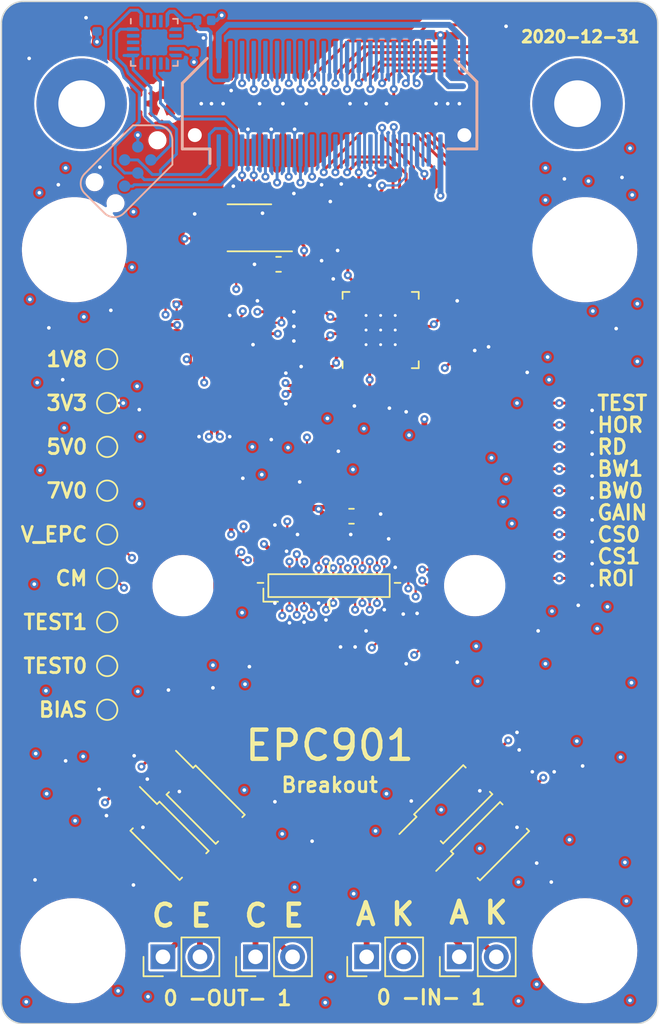
<source format=kicad_pcb>
(kicad_pcb (version 20221018) (generator pcbnew)
  (title_block (title "EPC Breakout") (date "2020-12-31") (rev "r0.1") (comment 1 "SYZYGY Pod"))
  (layers (0 "F.Cu" signal) (1 "In1.Cu" power) (2 "In2.Cu" signal) (31 "B.Cu" signal) (34 "B.Paste" user) (35 "F.Paste" user) (36 "B.SilkS" user "B.Silkscreen") (37 "F.SilkS" user "F.Silkscreen") (38 "B.Mask" user) (39 "F.Mask" user) (44 "Edge.Cuts" user))
  (net 0 "")
  (net 1 "/ADC_CLK_P")
  (net 2 "+3V3")
  (net 3 "/Peripheral MCU/MISO")
  (net 4 "/Peripheral MCU/~{RESET}")
  (net 5 "/SCL")
  (net 6 "/SDA")
  (net 7 "/RGA")
  (net 8 "/ADC_CLK_N")
  (net 9 "GND")
  (net 10 "/OPTO_IN1")
  (net 11 "/OPTO_IN0")
  (net 12 "/OPTO_OUT0")
  (net 13 "+5V")
  (net 14 "/OPTO_OUT1")
  (net 15 "unconnected-(J1-Pad16)")
  (net 16 "Net-(C1-Pad1)")
  (net 17 "/ADC_N")
  (net 18 "/ADC_P")
  (net 19 "/CLK_P")
  (net 20 "/CLK_N")
  (net 23 "Net-(R43-Pad2)")
  (net 30 "/VCCIO")
  (net 31 "/epc901/EPC_VDD")
  (net 32 "Net-(C17-Pad2)")
  (net 33 "/epc901/VDD_1V8")
  (net 34 "/epc901/VDD_5V0")
  (net 35 "/epc901/VDD_7V0")
  (net 36 "/SENSE")
  (net 37 "EXT_ADC_P")
  (net 38 "EXT_ADC_N")
  (net 39 "/ADC_CS")
  (net 40 "Net-(R6-Pad1)")
  (net 41 "/ADC_SCLK")
  (net 42 "Net-(R7-Pad1)")
  (net 43 "/ADC_SDIO")
  (net 44 "Net-(R8-Pad1)")
  (net 45 "EPC_SDA")
  (net 46 "EPC_SCL")
  (net 47 "/epc901/ROI_SEL")
  (net 48 "/epc901/CS1")
  (net 49 "/epc901/CS0")
  (net 50 "/epc901/GAIN")
  (net 51 "/epc901/I_BIAS")
  (net 52 "/epc901/BW0")
  (net 53 "/epc901/BW1")
  (net 54 "/epc901/RD_DIR")
  (net 55 "/epc901/HOR_BIN")
  (net 56 "/epc901/TEST_MODE")
  (net 57 "/epc901/ANA_TEST1")
  (net 58 "/epc901/ANA_TEST2")
  (net 59 "/1V8")
  (net 60 "/ADC_D0")
  (net 61 "EXT_ADC_CM")
  (net 62 "/ADC_D1")
  (net 63 "/ADC_D2")
  (net 64 "/ADC_D3")
  (net 65 "/ADC_D4")
  (net 66 "/ADC_D5")
  (net 67 "/ADC_D6")
  (net 68 "/ADC_D7")
  (net 69 "/ADC_D8")
  (net 70 "/ADC_D9")
  (net 71 "/ADC_D10")
  (net 72 "/ADC_D11")
  (net 73 "/ADC_DCO")
  (net 74 "Net-(J4-Pad1)")
  (net 75 "Net-(J5-Pad1)")
  (net 76 "Net-(J6-Pad1)")
  (net 77 "PWR_DOWN")
  (net 78 "CLR_DATA")
  (net 79 "DATA_RDY")
  (net 80 "CLR_PIX")
  (net 81 "SHUTTER")
  (net 82 "READ")
  (net 84 "/ADC_MODE")
  (net 85 "Net-(R52-Pad1)")
  (net 86 "Net-(R53-Pad1)")
  (net 87 "Net-(R54-Pad1)")
  (net 88 "Net-(R55-Pad1)")
  (net 89 "Net-(J2-Pad1)")
  (net 90 "Net-(J2-Pad2)")
  (net 91 "Net-(J4-Pad2)")
  (net 92 "Net-(J5-Pad2)")
  (net 93 "Net-(J6-Pad2)")
  (net 94 "Net-(R35-Pad2)")
  (net 95 "Net-(R36-Pad2)")
  (net 96 "Net-(R37-Pad2)")
  (net 97 "Net-(R38-Pad2)")
  (net 98 "Net-(R39-Pad2)")
  (net 99 "Net-(R40-Pad2)")
  (net 100 "Net-(R41-Pad2)")
  (net 101 "Net-(R42-Pad2)")
  (net 102 "Net-(R44-Pad2)")
  (net 103 "Net-(R45-Pad2)")
  (net 104 "Net-(R46-Pad2)")
  (net 105 "Net-(R47-Pad2)")
  (net 106 "Net-(R48-Pad1)")
  (net 107 "Net-(R49-Pad1)")
  (footprint "gsd-footprints:lensholder-m12-20mm" (layer "F.Cu") (at 129.95 121.2)
    (fp_text reference "H5" hide)
    (fp_text value "LensMount" hide)
  )
  (footprint "Resistor_SMD:R_0402_1005Metric" (layer "F.Cu") (at 124 106.992893 -135)
    (fp_text reference "R4" hide)
    (fp_text value "33R" hide)
  )
  (footprint "Capacitor_SMD:C_0402_1005Metric" (layer "F.Cu") (at 129.5 118.2 90)
    (fp_text reference "C6" hide)
    (fp_text value "1uF" hide)
  )
  (footprint "Capacitor_SMD:C_0402_1005Metric" (layer "F.Cu") (at 138 102.45 45)
    (fp_text reference "C24" hide)
    (fp_text value "0.1uF" hide)
  )
  (footprint "TestPoint:TestPoint_Pad_D1.0mm" (layer "F.Cu") (at 114.75 120.7)
    (fp_text reference "TP10" hide)
    (fp_text value "TestPoint" hide)
  )
  (footprint "Capacitor_SMD:C_0402_1005Metric" (layer "F.Cu") (at 120.75 96.935 90)
    (fp_text reference "C16" hide)
    (fp_text value "1uF" hide)
  )
  (footprint "Resistor_SMD:R_0402_1005Metric" (layer "F.Cu") (at 144.5 135.2 135)
    (fp_text reference "R51" hide)
    (fp_text value "2K2" hide)
  )
  (footprint "TestPoint:TestPoint_Pad_D1.0mm" (layer "F.Cu") (at 114.75 111.7)
    (fp_text reference "TP5" hide)
    (fp_text value "TestPoint" hide)
  )
  (footprint "Resistor_SMD:R_0402_1005Metric" (layer "F.Cu") (at 135.75 98.7 -90)
    (fp_text reference "R43" hide)
    (fp_text value "100R" hide)
  )
  (footprint "Resistor_SMD:R_0402_1005Metric" (layer "F.Cu") (at 115.5 135.2 -135)
    (fp_text reference "R52" hide)
    (fp_text value "100R" hide)
  )
  (footprint "Connector_PinHeader_2.54mm:PinHeader_1x02_P2.54mm_Vertical" (layer "F.Cu") (at 124.92 146.62 90)
    (fp_text reference "J5" hide)
    (fp_text value "Conn_01x02_Male" hide)
  )
  (footprint "Connector_PinHeader_2.54mm:PinHeader_1x02_P2.54mm_Vertical" (layer "F.Cu") (at 118.57 146.62 90)
    (fp_text reference "J2" hide)
    (fp_text value "Conn_01x02_Male" hide)
  )
  (footprint "TestPoint:TestPoint_Pad_D1.0mm" (layer "F.Cu") (at 114.75 129.7)
    (fp_text reference "TP7" hide)
    (fp_text value "TestPoint" hide)
  )
  (footprint "Connector_PinHeader_2.54mm:PinHeader_1x02_P2.54mm_Vertical" (layer "F.Cu") (at 132.54 146.62 90)
    (fp_text reference "J6" hide)
    (fp_text value "Conn_01x02_Male" hide)
  )
  (footprint "Package_SO:SOIC-4_4.55x2.6mm_P1.27mm" (layer "F.Cu") (at 141 138.7 45)
    (fp_text reference "U6" hide)
    (fp_text value "TLP291" hide)
  )
  (footprint "Resistor_SMD:R_0402_1005Metric" (layer "F.Cu") (at 139.5 100.685 -90)
    (fp_text reference "R38" hide)
    (fp_text value "100R" hide)
  )
  (footprint "TestPoint:TestPoint_Pad_D1.0mm" (layer "F.Cu") (at 114.75 114.7)
    (fp_text reference "TP6" hide)
    (fp_text value "TestPoint" hide)
  )
  (footprint "Resistor_SMD:R_0402_1005Metric" (layer "F.Cu") (at 137 107.7)
    (fp_text reference "R7" hide)
    (fp_text value "100R" hide)
  )
  (footprint "TestPoint:TestPoint_Pad_D1.0mm" (layer "F.Cu") (at 114.75 123.7)
    (fp_text reference "TP8" hide)
    (fp_text value "TestPoint" hide)
  )
  (footprint "Resistor_SMD:R_0402_1005Metric" (layer "F.Cu") (at 139 106.95)
    (fp_text reference "R8" hide)
    (fp_text value "100R" hide)
  )
  (footprint "MountingHole:MountingHole_3.2mm_M3_DIN965" (layer "F.Cu") (at 147.5 98.2 90)
    (fp_text reference "H2" hide)
    (fp_text value "MountingHole" hide)
  )
  (footprint "Resistor_SMD:R_0402_1005Metric" (layer "F.Cu") (at 128.75 103.45 180)
    (fp_text reference "R49" hide)
    (fp_text value "10K" hide)
  )
  (footprint "MountingHole:MountingHole_3.2mm_M3_DIN965" (layer "F.Cu") (at 112.4 146.2 90)
    (fp_text reference "H3" hide)
    (fp_text value "MountingHole" hide)
  )
  (footprint "Resistor_SMD:R_0402_1005Metric" (layer "F.Cu") (at 147 116.2)
    (fp_text reference "R21" hide)
    (fp_text value "DNP" hide)
  )
  (footprint "TestPoint:TestPoint_Pad_D1.0mm" (layer "F.Cu") (at 114.75 117.7)
    (fp_text reference "TP3" hide)
    (fp_text value "TestPoint" hide)
  )
  (footprint "MountingHole:MountingHole_3.2mm_M3_DIN965" (layer "F.Cu") (at 112.5 98.2 90)
    (fp_text reference "H1" hide)
    (fp_text value "MountingHole" hide)
  )
  (footprint "Resistor_SMD:R_0402_1005Metric" (layer "F.Cu") (at 133.75 123.7)
    (fp_text reference "R17" hide)
    (fp_text value "DNP" hide)
  )
  (footprint "Resistor_SMD:R_0402_1005Metric" (layer "F.Cu") (at 147 111.7)
    (fp_text reference "R29" hide)
    (fp_text value "DNP" hide)
  )
  (footprint "Resistor_SMD:R_0402_1005Metric" (layer "F.Cu") (at 141.75 102.685 -90)
    (fp_text reference "R35" hide)
    (fp_text value "100R" hide)
  )
  (footprint "Resistor_SMD:R_0402_1005Metric" (layer "F.Cu") (at 138 96.7 -90)
    (fp_text reference "R40" hide)
    (fp_text value "100R" hide)
  )
  (footprint "TestPoint:TestPoint_Pad_D1.0mm" (layer "F.Cu") (at 114.75 105.7)
    (fp_text reference "TP4" hide)
    (fp_text value "TestPoint" hide)
  )
  (footprint "Resistor_SMD:R_0402_1005Metric" (layer "F.Cu") (at 141 100.685 -90)
    (fp_text reference "R36" hide)
    (fp_text value "100R" hide)
  )
  (footprint "Capacitor_SMD:C_0402_1005Metric" (layer "F.Cu") (at 133.25 118.215 90)
    (fp_text reference "C14" hide)
    (fp_text value "2.2uF" hide)
  )
  (footprint "Capacitor_SMD:C_0402_1005Metric" (layer "F.Cu") (at 125.25 103.95 180)
    (fp_text reference "C19" hide)
    (fp_text value "1uF" hide)
  )
  (footprint "Capacitor_SMD:C_0402_1005Metric" (layer "F.Cu") (at 126.25 118.215 90)
    (fp_text reference "C13" hide)
    (fp_text value "1uF" hide)
  )
  (footprint "Resistor_SMD:R_0402_1005Metric" (layer "F.Cu") (at 142 132.7 135)
    (fp_text reference "R50" hide)
    (fp_text value "2K2" hide)
  )
  (footprint "Package_SO:MSOP-8_3x3mm_P0.65mm" (layer "F.Cu") (at 124.5 96.7 180)
    (fp_text reference "U4" hide)
    (fp_text value "LT1962-1.8" hide)
  )
  (footprint "Capacitor_SMD:C_0402_1005Metric" (layer "F.Cu") (at 129.25 106.2 180)
    (fp_text reference "C21" hide)
    (fp_text value "0.1uF" hide)
  )
  (footprint "gsd-footprints:epc901" (layer "F.Cu") (at 129.95 121.2)
    (fp_text reference "U3" hide)
    (fp_text value "EPC901" hide)
  )
  (footprint "Resistor_SMD:R_0402_1005Metric" (layer "F.Cu") (at 144.5 114.7)
    (fp_text reference "R23" hide)
    (fp_text value "0R" hide)
  )
  (footprint "TestPoint:TestPoint_Pad_D1.0mm" (layer "F.Cu") (at 114.75 126.7)
    (fp_text reference "TP9" hide)
    (fp_text value "TestPoint" hide)
  )
  (footprint "Resistor_SMD:R_0402_1005Metric" (layer "F.Cu") (at 147 119.2)
    (fp_text reference "R19" hide)
    (fp_text value "DNP" hide)
  )
  (footprint "Capacitor_SMD:C_0402_1005Metric" (layer "F.Cu") (at 128.75 104.45 180)
    (fp_text reference "C20" hide)
    (fp_text value "0.1uF" hide)
  )
  (footprint "Capacitor_SMD:C_0402_1005Metric" (layer "F.Cu") (at 133.25 108.2 -45)
    (fp_text reference "C23" hide)
    (fp_text value "0.1uF" hide)
  )
  (footprint "Resistor_SMD:R_0402_1005Metric" (layer "F.Cu") (at 122 102.7)
    (fp_text reference "R2" hide)
    (fp_text value "0R" hide)
  )
  (footprint "Resistor_SMD:R_0402_1005Metric" (layer "F.Cu") (at 147 120.7)
    (fp_text reference "R18" hide)
    (fp_text value "DNP" hide)
  )
  (footprint "gkl_logos:gsd_logo_small" (layer "F.Cu") (at 111.9 83.8)
    (fp_text reference "G***" hide)
    (fp_text value "LOGO" hide)
  )
  (footprint "Resistor_SMD:R_0402_1005Metric" (layer "F.Cu") (at 132 96.7 90)
    (fp_text reference "R48" hide)
    (fp_text value "100R" hide)
  )
  (footprint "Capacitor_SMD:C_0402_1005Metric" (layer "F.Cu") (at 131.25 98.7 90)
    (fp_text reference "C22" hide)
    (fp_text value "0.1uF" hide)
  )
  (footprint "Capacitor_SMD:C_0402_1005Metric" (layer "F.Cu") (at 125.5 106.2 135)
    (fp_text reference "C3" hide)
    (fp_text value "22pF" hide)
  )
  (footprint "Capacitor_SMD:C_0402_1005Metric" (layer "F.Cu") (at 128.75 102.45 180)
    (fp_text reference "C26" hide)
    (fp_text value "0.1uF" hide)
  )
  (footprint "Resistor_SMD:R_0402_1005Metric" (layer "F.Cu") (at 128.5 118.215 90)
    (fp_text reference "R22" hide)
    (fp_text value "56K 1% 100ppm/K" hide)
  )
  (footprint "Resistor_SMD:R_0402_1005Metric" (layer "F.Cu") (at 126.25 101.45 180)
    (fp_text reference "R34" hide)
    (fp_text value "1K" hide)
  )
  (footprint "Package_SO:SOIC-4_4.55x2.6mm_P1.27mm" (layer "F.Cu") (at 138.474874 136.174874 45)
    (fp_text reference "U8" hide)
    (fp_text value "TLP291" hide)
  )
  (footprint "Resistor_SMD:R_0402_1005Metric" (layer "F.Cu") (at 144.5 113.2)
    (fp_text reference "R24" hide)
    (fp_text value "0R" hide)
  )
  (footprint "Capacitor_SMD:C_0603_1608Metric" (layer "F.Cu") (at 126.5 99.2 180)
    (fp_text reference "C18" hide)
    (fp_text value "10uF" hide)
  )
  (footprint "Capacitor_SMD:C_0402_1005Metric" (layer "F.Cu") (at 128.5 100.7 90)
    (fp_text reference "C2" hide)
    (fp_text value "1uF" hide)
  )
  (footprint "Resistor_SMD:R_0402_1005Metric" (layer "F.Cu") (at 133.765 124.7 180)
    (fp_text reference "R11" hide)
    (fp_text value "DNP" hide)
  )
  (footprint "Resistor_SMD:R_0402_1005Metric" (layer "F.Cu") (at 147 110.2)
    (fp_text reference "R30" hide)
    (fp_text value "DNP" hide)
  )
  (footprint "Connector_PinHeader_1.00mm:PinHeader_1x01_P1.00mm_Vertical" (layer "F.Cu") (at 146.56 142.81)
    (fp_text reference "" hide)
    (fp_text value "" hide)
  )
  (footprint "Resistor_SMD:R_0402_1005Metric" (layer "F.Cu") (at 132.75 98.7 -90)
    (fp_text reference "R47" hide)
    (fp_text value "100R" hide)
  )
  (footprint "Resistor_SMD:R_0402_1005Metric" (layer "F.Cu") (at 127.985 107.7 90)
    (fp_text reference "R5" hide)
    (fp_text value "100R" hide)
  )
  (footprint "Capacitor_SMD:C_0402_1005Metric" (layer "F.Cu") (at 129.5 108.2)
    (fp_text reference "C5" hide)
    (fp_text value "0.1uF" hide)
  )
  (footprint "Resistor_SMD:R_0402_1005Metric" (layer "F.Cu") (at 144.5 117.7)
    (fp_text reference "R14" hide)
    (fp_text value "DNP" hide)
  )
  (footprint "Capacitor_SMD:C_0402_1005Metric" (layer "F.Cu") (at 131.75 124.2 -90)
    (fp_text reference "C12" hide)
    (fp_text value "DNP" hide)
  )
  (footprint "Resistor_SMD:R_0402_1005Metric" (layer "F.Cu") (at 126.235 102.45)
    (fp_text reference "R33" hide)
    (fp_text value "1K" hide)
  )
  (footprint "Resistor_SMD:R_0402_1005Metric" (layer "F.Cu") (at 137.25 98.7 -90)
    (fp_text reference "R41" hide)
    (fp_text value "100R" hide)
  )
  (footprint "Connector_PinHeader_2.54mm:PinHeader_1x02_P2.54mm_Vertical" (layer "F.Cu") (at 138.89 146.62 90)
    (fp_text reference "J4" hide)
    (fp_text value "Conn_01x02_Male" hide)
  )
  (footprint "Resistor_SMD:R_0402_1005Metric" (layer "F.Cu") (at 120 102.7)
    (fp_text reference "R1" hide)
    (fp_text value "DNP" hide)
  )
  (footprint "MountingHole:MountingHole_3.2mm_M3_DIN965" (layer "F.Cu") (at 147.5 146.2 90)
    (fp_text reference "H4" hide)
    (fp_text value "MountingHole" hide)
  )
  (footprint "Resistor_SMD:R_0402_1005Metric" (layer "F.Cu") (at 144.47 119.2)
    (fp_text reference "R13" hide)
    (fp_text value "DNP" hide)
  )
  (footprint "Package_SO:SOIC-4_4.55x2.6mm_P1.27mm" (layer "F.Cu") (at 119.025126 138.674874 -45)
    (fp_text reference "U5" hide)
    (fp_text value "TLP291" hide)
  )
  (footprint "Capacitor_SMD:C_0402_1005Metric" (layer "F.Cu") (at 130.75 124.185 -90)
    (fp_text reference "C7" hide)
    (fp_text value "1uF" hide)
  )
  (footprint "Capacitor_SMD:C_0402_1005Metric" (layer "F.Cu") (at 128.5 96.2 90)
    (fp_text reference "C17" hide)
    (fp_text value "0.01uF" hide)
  )
  (footprint "Resistor_SMD:R_0402_1005Metric" (layer "F.Cu") (at 134 140.2 -90)
    (fp_text reference "R55" hide)
    (fp_text value "100R" hide)
  )
  (footprint "Resistor_SMD:R_0402_1005Metric" (layer "F.Cu") (at 144.5 116.2)
    (fp_text reference "R16" hide)
    (fp_text value "DNP" hide)
  )
  (footprint "Package_SO:SOIC-4_4.55x2.6mm_P1.27mm" (layer "F.Cu") (at 121.5 136.2 -45)
    (fp_text reference "U7" hide)
    (fp_text value "TLP291" hide)
  )
  (footprint "Resistor_SMD:R_0402_1005Metric" (layer "F.Cu") (at 147 108.7)
    (fp_text reference "R32" hide)
    (fp_text value "0R" hide)
  )
  (footprint "Capacitor_SMD:C_0402_1005Metric" (layer "F.Cu") (at 129.485 107.2)
    (fp_text reference "C4" hide)
    (fp_text value "0.1uF" hide)
  )
  (footprint "Resistor_SMD:R_0402_1005Metric" (layer "F.Cu") (at 144.5 111.7)
    (fp_text reference "R25" hide)
    (fp_text value "0R" hide)
  )
  (footprint "Resistor_SMD:R_0402_1005Metric" (layer "F.Cu") (at 147 114.7)
    (fp_text reference "R27" hide)
    (fp_text value "DNP" hide)
  )
  (footprint "Resistor_SMD:R_0402_1005Metric" (layer "F.Cu") (at 144.5 120.7)
    (fp_text reference "R12" hide)
    (fp_text value "DNP" hide)
  )
  (footprint "Resistor_SMD:R_0402_1005Metric" (layer "F.Cu") (at 147 117.7)
    (fp_text reference "R20" hide)
    (fp_text value "DNP" hide)
  )
  (footprint "Resistor_SMD:R_0402_1005Metric" (layer "F.Cu") (at 120 103.95)
    (fp_text reference "R10" hide)
    (fp_text value "2K2" hide)
  )
  (footprint "Resistor_SMD:R_0402_1005Metric" (layer "F.Cu") (at 147 113.2)
    (fp_text reference "R28" hide)
    (fp_text value "DNP" hide)
  )
  (footprint "Resistor_SMD:R_0402_1005Metric" (layer "F.Cu") (at 136.5 96.7 -90)
    (fp_text reference "R42" hide)
    (fp_text value "100R" hide)
  )
  (footprint "Resistor_SMD:R_0402_1005Metric" (layer "F.Cu") (at 138.75 98.7 -90)
    (fp_text reference "R39" hide)
    (fp_text value "100R" hide)
  )
  (footprint "Resistor_SMD:R_0402_1005Metric" (layer "F.Cu") (at 144.5 110.2)
    (fp_text reference "R26" hide)
    (fp_text value "DNP" hide)
  )
  (footprint "Resistor_SMD:R_0402_1005Metric" (layer "F.Cu") (at 118 132.7 -135)
    (fp_text reference "R54" hide)
    (fp_text value "100R" hide)
  )
  (footprint "Capacitor_SMD:C_0402_1005Metric" (layer "F.Cu") (at 129 116.7 180)
    (fp_text reference "C11" hide)
    (fp_text value "0.1uF" hide)
  )
  (footprint "Capacitor_SMD:C_0402_1005Metric" (layer "F.Cu") (at 132.25 118.215 90)
    (fp_text reference "C15" hide)
    (fp_text value "2.2uF" hide)
  )
  (footprint "Inductor_SMD:L_0402_1005Metric" (layer "F.Cu") (at 130.5 118.185 90)
    (fp_text reference "L1" hide)
    (fp_text value "600R @100M" hide)
  )
  (footprint "Resistor_SMD:R_0402_1005Metric" (layer "F.Cu") (at 135 96.7 -90)
    (fp_text reference "R44" hide)
    (fp_text value "100R" hide)
  )
  (footprint "Resistor_SMD:R_0402_1005Metric" (layer "F.Cu") (at 144.5 108.7)
    (fp_text reference "R31" hide)
    (fp_text value "DNP" hide)
  )
  (footprint "Resistor_SMD:R_0402_1005Metric" (layer "F.Cu") (at 139 108.45)
    (fp_text reference "R6" hide)
    (fp_text value "100R" hide)
  )
  (footprint "Resistor_SMD:R_0402_1005Metric" (layer "F.Cu") (at 120 104.95)
    (fp_text reference "R9" hide)
    (fp_text value "2K2" hide)
  )
  (footprint "Resistor_SMD:R_0402_1005Metric" (layer "F.Cu") (at 124.75 107.7 45)
    (fp_text reference "R3" hide)
    (fp_text value "33R" hide)
  )
  (footprint "Capacitor_SMD:C_0603_1608Metric" (layer "F.Cu") (at 131.5 116.45)
    (fp_text reference "C8" hide)
    (fp_text value "10uF" hide)
  )
  (footprint "Resistor_SMD:R_0402_1005Metric" (layer "F.Cu") (at 137 142.7 -90)
    (fp_text reference "R53" hide)
    (fp_text value "100R" hide)
  )
  (footprint "TestPoint:TestPoint_Pad_D1.0mm" (layer "F.Cu") (at 114.75 108.7)
    (fp_text reference "TP1" hide)
    (fp_text value "TestPoint" hide)
  )
  (footprint "Package_DFN_QFN:QFN-32-1EP_5x5mm_P0.5mm_EP3.6x3.6mm_ThermalVias" (layer "F.Cu") (at 133.5 103.7 90)
    (fp_text reference "U1" hide)
    (fp_text value "AD9629" hide)
  )
  (footprint "Resistor_SMD:R_0402_1005Metric" (layer "F.Cu") (at 133.5 96.7 -90)
    (fp_text reference "R46" hide)
    (fp_text value "100R" hide)
  )
  (footprint "Capacitor_SMD:C_0402_1005Metric" (layer "F.Cu") (at 138.75 105.45 45)
    (fp_text reference "C25" hide)
    (fp_text value "1uF" hide)
  )
  (footprint "gkl_logos:oshw_small" (layer "F.Cu") (at 118.5 88.1)
    (fp_text reference "G***" hide)
    (fp_text value "LOGO" hide)
  )
  (footprint "Resistor_SMD:R_0402_1005Metric" (layer "F.Cu") (at 134.25 98.7 -90)
    (fp_text reference "R45" hide)
    (fp_text value "100R" hide)
  )
  (footprint "Resistor_SMD:R_0402_1005Metric" (layer "F.Cu") (at 140.25 102.685 -90)
    (fp_text reference "R37" hide)
    (fp_text value "100R" hide)
  )
  (footprint "Capacitor_SMD:C_0402_1005Metric" (layer "F.Cu") (at 129.5 100.7 90)
    (fp_text reference "C1" hide)
    (fp_text value "0.1uF" hide)
  )
  (footprint "gsd-footprints:SYZYGY-STD-POD" (layer "B.Cu") (at 130 88.2 180)
    (fp_text reference "J1" hide)
    (fp_text value "SYZYGY-STD" hide)
  )
  (footprint "Package_DFN_QFN:QFN-20-1EP_3x3mm_P0.45mm_EP1.6x1.6mm" (layer "B.Cu") (at 117.979 84 -90)
    (fp_text reference "U2" hide)
    (fp_text value "ATtiny44A-MMH" hide)
  )
  (footprint "Resistor_SMD:R_0402_1005Metric" (layer "B.Cu") (at 121.4 82.5 180)
    (fp_text reference "R15" hide)
    (fp_text value "10K" hide)
  )
  (footprint "Capacitor_SMD:C_0402_1005Metric" (layer "B.Cu") (at 120.7 84.2 90)
    (fp_text reference "C9" hide)
    (fp_text value "0.1uF" hide)
  )
  (footprint "Capacitor_SMD:C_0402_1005Metric" (layer "B.Cu") (at 114.05 82.765 90)
    (fp_text reference "C10" hide)
    (fp_text value "1uF" hide)
  )
  (footprint "pkl_tag_connect:TC2030-NL_SMALL" (layer "B.Cu") (at 116.4 92.5 -135)
    (fp_text reference "J3" hide)
    (fp_text value "TagConnect" hide)
  )
  (gr_line (start 151 151.2) (end 109 151.2) (stroke (width 0.1)) (layer "Edge.Cuts"))
  (gr_line (start 109 81.2) (end 151 81.2) (stroke (width 0.1)) (layer "Edge.Cuts"))
  (gr_line (start 107.5 149.7) (end 107.5 82.7) (stroke (width 0.1)) (layer "Edge.Cuts"))
  (gr_arc (start 107.5 82.7) (mid 107.93934 81.63934) (end 109 81.2) (stroke (width 0.1)) (layer "Edge.Cuts"))
  (gr_arc (start 109 151.2) (mid 107.93934 150.76066) (end 107.5 149.7) (stroke (width 0.1)) (layer "Edge.Cuts"))
  (gr_line (start 152.5 82.7) (end 152.5 149.7) (stroke (width 0.1)) (layer "Edge.Cuts"))
  (gr_arc (start 151 81.2) (mid 152.06066 81.63934) (end 152.5 82.7) (stroke (width 0.1)) (layer "Edge.Cuts"))
  (gr_arc (start 152.5 149.7) (mid 152.06066 150.76066) (end 151 151.2) (stroke (width 0.1)) (layer "Edge.Cuts"))
  (gr_text "TEST1" (at 113.5 123.7) (layer "F.SilkS") (effects (font (size 1 1) (thickness 0.2)) (justify right)))
  (gr_text "ROI" (at 148.25 120.7) (layer "F.SilkS") (effects (font (size 1 1) (thickness 0.2)) (justify left)))
  (gr_text "A K" (at 133.8 143.7) (layer "F.SilkS") (effects (font (size 1.5 1.5) (thickness 0.3))))
  (gr_text "1V8" (at 113.5 105.7) (layer "F.SilkS") (effects (font (size 1 1) (thickness 0.2)) (justify right)))
  (gr_text "CS0" (at 148.25 117.7) (layer "F.SilkS") (effects (font (size 1 1) (thickness 0.2)) (justify left)))
  (gr_text "CS1" (at 148.25 119.2) (layer "F.SilkS") (effects (font (size 1 1) (thickness 0.2)) (justify left)))
  (gr_text "GAIN" (at 148.25 116.2) (layer "F.SilkS") (effects (font (size 1 1) (thickness 0.2)) (justify left)))
  (gr_text "HOR" (at 148.25 110.2) (layer "F.SilkS") (effects (font (size 1 1) (thickness 0.2)) (justify left)))
  (gr_text "V_EPC" (at 113.5 117.7) (layer "F.SilkS") (effects (font (size 1 1) (thickness 0.2)) (justify right)))
  (gr_text "CM" (at 113.5 120.7) (layer "F.SilkS") (effects (font (size 1 1) (thickness 0.2)) (justify right)))
  (gr_text "A K" (at 140.2 143.6) (layer "F.SilkS") (effects (font (size 1.5 1.5) (thickness 0.3))))
  (gr_text "C E" (at 119.85 143.8) (layer "F.SilkS") (effects (font (size 1.5 1.5) (thickness 0.3))))
  (gr_text "0 -OUT- 1" (at 123 149.45) (layer "F.SilkS") (effects (font (size 1 1) (thickness 0.2))))
  (gr_text "5V0" (at 113.5 111.7) (layer "F.SilkS") (effects (font (size 1 1) (thickness 0.2)) (justify right)))
  (gr_text "Breakout" (at 130 134.85) (layer "F.SilkS") (effects (font (size 1 1) (thickness 0.2))))
  (gr_text "BIAS" (at 113.5 129.7) (layer "F.SilkS") (effects (font (size 1 1) (thickness 0.2)) (justify right)))
  (gr_text "0 -IN- 1" (at 136.95 149.4) (layer "F.SilkS") (effects (font (size 1 1) (thickness 0.2))))
  (gr_text "3V3" (at 113.5 108.7) (layer "F.SilkS") (effects (font (size 1 1) (thickness 0.2)) (justify right)))
  (gr_text "C E" (at 126.2 143.8) (layer "F.SilkS") (effects (font (size 1.5 1.5) (thickness 0.3))))
  (gr_text "EPC901" (at 130 132.15) (layer "F.SilkS") (effects (font (size 2 2) (thickness 0.3))))
  (gr_text "TEST" (at 148.25 108.7) (layer "F.SilkS") (effects (font (size 1 1) (thickness 0.2)) (justify left)))
  (gr_text "2020-12-31\n" (at 147.2 83.618) (layer "F.SilkS") (effects (font (size 0.8 0.8) (thickness 0.2))))
  (gr_text "BW0" (at 148.25 114.7) (layer "F.SilkS") (effects (font (size 1 1) (thickness 0.2)) (justify left)))
  (gr_text "RD" (at 148.25 111.7) (layer "F.SilkS") (effects (font (size 1 1) (thickness 0.2)) (justify left)))
  (gr_text "TEST0" (at 113.5 126.7) (layer "F.SilkS") (effects (font (size 1 1) (thickness 0.2)) (justify right)))
  (gr_text "BW1" (at 148.25 113.2) (layer "F.SilkS") (effects (font (size 1 1) (thickness 0.2)) (justify left)))
  (gr_text "7V0" (at 113.5 114.7) (layer "F.SilkS") (effects (font (size 1 1) (thickness 0.2)) (justify right)))
  (segment (start 127.7 107.5) (end 127.154005 107.5) (width 0.2) (layer "F.Cu") (net 1))
  (segment (start 128 107.2) (end 127.985 107.215) (width 0.2) (layer "F.Cu") (net 1))
  (segment (start 127.985 107.215) (end 127.7 107.5) (width 0.2) (layer "F.Cu") (net 1))
  (segment (start 129 107.2) (end 128 107.2) (width 0.2) (layer "F.Cu") (net 1))
  (segment (start 127.154005 107.5) (end 126.979005 107.325) (width 0.2) (layer "F.Cu") (net 1))
  (via (at 126.979005 107.325) (size 0.55) (drill 0.25) (layers "F.Cu" "B.Cu") (net 1))
  (via (at 135.975 86.8) (size 0.55) (drill 0.25) (layers "F.Cu" "B.Cu") (net 1))
  (segment (start 135.8 86.625) (end 135.975 86.8) (width 0.2) (layer "B.Cu") (net 1))
  (segment (start 136 86.1) (end 135.8 86.3) (width 0.2) (layer "B.Cu") (net 1))
  (segment (start 135.8 86.3) (end 135.8 86.625) (width 0.2) (layer "B.Cu") (net 1))
  (segment (start 136 85) (end 136 86.1) (width 0.2) (layer "B.Cu") (net 1))
  (segment (start 130.2 124.25) (end 130.75 123.7) (width 0.3) (layer "F.Cu") (net 2))
  (segment (start 129.5 124.25) (end 130.2 124.25) (width 0.3) (layer "F.Cu") (net 2))
  (segment (start 123.4 97.65) (end 123.375 97.675) (width 0.2) (layer "F.Cu") (net 2))
  (segment (start 120.08 97.42) (end 120.05 97.45) (width 0.15) (layer "F.Cu") (net 2))
  (segment (start 144 111.7) (end 143.235 111.7) (width 0.2) (layer "F.Cu") (net 2))
  (segment (start 144 108.7) (end 143.35 108.7) (width 0.2) (layer "F.Cu") (net 2))
  (segment (start 144 113.2) (end 143.235 113.2) (width 0.2) (layer "F.Cu") (net 2))
  (segment (start 126.55 124.75) (end 124.975011 123.175011) (width 0.3) (layer "F.Cu") (net 2))
  (segment (start 129.485 116.7) (end 129.485 116.185) (width 0.3) (layer "F.Cu") (net 2))
  (segment (start 119.515 101.965) (end 119.5 101.95) (width 0.15) (layer "F.Cu") (net 2))
  (segment (start 119.515 103.385) (end 119.55 103.35) (width 0.15) (layer "F.Cu") (net 2))
  (segment (start 130.1 116.5) (end 130.15 116.45) (width 0.15) (layer "F.Cu") (net 2))
  (segment (start 144 110.2) (end 143.235 110.2) (width 0.2) (layer "F.Cu") (net 2))
  (segment (start 123.375 97.675) (end 122.3875 97.675) (width 0.2) (layer "F.Cu") (net 2))
  (segment (start 114.9 103.35) (end 119.55 103.35) (width 0.25) (layer "F.Cu") (net 2))
  (segment (start 119.515 103.95) (end 119.515 103.385) (width 0.15) (layer "F.Cu") (net 2))
  (segment (start 123.375 95.725) (end 123.6 95.95) (width 0.2) (layer "F.Cu") (net 2))
  (segment (start 129.9 116.7) (end 130.1 116.5) (width 0.15) (layer "F.Cu") (net 2))
  (segment (start 119.515 102.7) (end 119.515 101.965) (width 0.15) (layer "F.Cu") (net 2))
  (segment (start 123.6 97.45) (end 123.4 97.65) (width 0.2) (layer "F.Cu") (net 2))
  (segment (start 125 115.95) (end 129.25 115.95) (width 0.3) (layer "F.Cu") (net 2))
  (segment (start 144 114.7) (end 143.235 114.7) (width 0.2) (layer "F.Cu") (net 2))
  (segment (start 142.85 108.7) (end 143.35 108.7) (width 0.3) (layer "F.Cu") (net 2))
  (segment (start 130.35 126.1) (end 133.55 126.1) (width 0.3) (layer "F.Cu") (net 2))
  (segment (start 119.515 104.95) (end 119.515 103.95) (width 0.15) (layer "F.Cu") (net 2))
  (segment (start 129.485 116.185) (end 129.25 115.95) (width 0.3) (layer "F.Cu") (net 2))
  (segment (start 123.6 95.95) (end 123.6 97.45) (width 0.2) (layer "F.Cu") (net 2))
  (segment (start 130.5 117.25) (end 130.7125 117.0375) (width 0.15) (layer "F.Cu") (net 2))
  (segment (start 120.75 97.42) (end 120.08 97.42) (width 0.15) (layer "F.Cu") (net 2))
  (segment (start 130.15 116.45) (end 130.7125 116.45) (width 0.15) (layer "F.Cu") (net 2))
  (segment (start 122.3875 97.675) (end 121.375 97.675) (width 0.2) (layer "F.Cu") (net 2))
  (segment (start 124.925001 116.024999) (end 125 115.95) (width 0.3) (layer "F.Cu") (net 2))
  (segment (start 144 120.7) (end 143.235 120.7) (width 0.2) (layer "F.Cu") (net 2))
  (segment (start 124.975011 119.565377) (end 124.925001 119.515367) (width 0.3) (layer "F.Cu") (net 2))
  (segment (start 121.12 97.42) (end 120.75 97.42) (width 0.2) (layer "F.Cu") (net 2))
  (segment (start 130.7125 117.0375) (end 130.7125 116.45) (width 0.15) (layer "F.Cu") (net 2))
  (segment (start 124.975011 123.175011) (end 124.975011 119.565377) (width 0.3) (layer "F.Cu") (net 2))
  (segment (start 144 117.7) (end 143.235 117.7) (width 0.2) (layer "F.Cu") (net 2))
  (segment (start 122.3875 95.725) (end 123.375 95.725) (width 0.2) (layer "F.Cu") (net 2))
  (segment (start 143.35 108.7) (end 143.235 108.7) (width 0.2) (layer "F.Cu") (net 2))
  (segment (start 129.485 116.7) (end 129.9 116.7) (width 0.15) (layer "F.Cu") (net 2))
  (segment (start 144 119.2) (end 143.235 119.2) (width 0.2) (layer "F.Cu") (net 2))
  (segment (start 130.75 121.63) (end 130.75 123.7) (width 0.15) (layer "F.Cu") (net 2))
  (segment (start 143.235 120.7) (end 143.235 108.7) (width 0.2) (layer "F.Cu") (net 2))
  (segment (start 130.5 117.7) (end 130.5 117.25) (width 0.15) (layer "F.Cu") (net 2))
  (segment (start 113.15 105.1) (end 114.9 103.35) (width 0.25) (layer "F.Cu") (net 2))
  (segment (start 124.925001 119.515367) (end 124.925001 116.024999) (width 0.3) (layer "F.Cu") (net 2))
  (segment (start 129 124.75) (end 129.5 124.25) (width 0.3) (layer "F.Cu") (net 2))
  (segment (start 144 116.2) (end 143.235 116.2) (width 0.2) (layer "F.Cu") (net 2))
  (segment (start 114.75 108.7) (end 115.85 108.7) (width 0.15) (layer "F.Cu") (net 2))
  (segment (start 114.75 108.7) (end 113.15 107.1) (width 0.25) (layer "F.Cu") (net 2))
  (segment (start 129 124.75) (end 126.55 124.75) (width 0.3) (layer "F.Cu") (net 2))
  (segment (start 121.12 97.42) (end 121.375 97.675) (width 0.2) (layer "F.Cu") (net 2))
  (segment (start 134.25 124.7) (end 134.25 125.4) (width 0.3) (layer "F.Cu") (net 2))
  (segment (start 113.15 107.1) (end 113.15 105.1) (width 0.25) (layer "F.Cu") (net 2))
  (segment (start 129 124.75) (end 130.35 126.1) (width 0.3) (layer "F.Cu") (net 2))
  (segment (start 133.55 126.1) (end 134.25 125.4) (width 0.3) (layer "F.Cu") (net 2))
  (via (at 133.15 138) (size 0.55) (drill 0.25) (layers "F.Cu" "B.Cu") (net 2))
  (via (at 122 126.65) (size 0.55) (drill 0.25) (layers "F.Cu" "B.Cu") (net 2))
  (via (at 124 123.05) (size 0.55) (drill 0.25) (layers "F.Cu" "B.Cu") (net 2))
  (via (at 125.35 113.6) (size 0.55) (drill 0.25) (layers "F.Cu" "B.Cu") (net 2))
  (via (at 135.45 110.9) (size 0.55) (drill 0.25) (layers "F.Cu" "B.Cu") (net 2))
  (via (at 129.85 109.75) (size 0.55) (drill 0.25) (layers "F.Cu" "B.Cu") (net 2))
  (via (at 145.25 122.95) (size 0.55) (drill 0.25) (layers "F.Cu" "B.Cu") (net 2))
  (via (at 109.45 101.6) (size 0.55) (drill 0.25) (layers "F.Cu" "B.Cu") (net 2))
  (via (at 144.8 126.55) (size 0.55) (drill 0.25) (layers "F.Cu" "B.Cu") (net 2))
  (via (at 116.85 90.35) (size 0.55) (drill 0.25) (layers "F.Cu" "B.Cu") (net 2))
  (via (at 137.6 83.5) (size 0.55) (drill 0.25) (layers "F.Cu" "B.Cu") (net 2))
  (via (at 119.5 101.95) (size 0.55) (drill 0.25) (layers "F.Cu" "B.Cu") (net 2))
  (via (at 110.55 128.4) (size 0.55) (drill 0.25) (layers "F.Cu" "B.Cu") (net 2))
  (via (at 140.05 125.35) (size 0.55) (drill 0.25) (layers "F.Cu" "B.Cu") (net 2))
  (via (at 141.9 115.45) (size 0.55) (drill 0.25) (layers "F.Cu" "B.Cu") (net 2))
  (via (at 131.6 113.25) (size 0.55) (drill 0.25) (layers "F.Cu" "B.Cu") (net 2))
  (via (at 140.15 127.75) (size 0.55) (drill 0.25) (layers "F.Cu" "B.Cu") (net 2))
  (via (at 120.05 97.45) (size 0.55) (drill 0.25) (layers "F.Cu" "B.Cu") (net 2))
  (via (at 115.5 148.95) (size 0.55) (drill 0.25) (layers "F.Cu" "B.Cu") (net 2))
  (via (at 148.05 102.4) (size 0.55) (drill 0.25) (layers "F.Cu" "B.Cu") (net 2))
  (via (at 146.45 138.6) (size 0.55) (drill 0.25) (layers "F.Cu" "B.Cu") (net 2))
  (via (at 109.75 121.1) (size 0.55) (drill 0.25) (layers "F.Cu" "B.Cu") (net 2))
  (via (at 119.55 103.35) (size 0.55) (drill 0.25) (layers "F.Cu" "B.Cu") (net 2))
  (via (at 149.95 132.95) (size 0.55) (drill 0.25) (layers "F.Cu" "B.Cu") (net 2))
  (via (at 109.85 132.7) (size 0.55) (drill 0.25) (layers "F.Cu" "B.Cu") (net 2))
  (via (at 127.15 111.75) (size 0.55) (drill 0.25) (layers "F.Cu" "B.Cu") (net 2))
  (via (at 115.85 108.7) (size 0.55) (drill 0.25) (layers "F.Cu" "B.Cu") (net 2))
  (via (at 116.55 95.6) (size 0.55) (drill 0.25) (layers "F.Cu" "B.Cu") (net 2))
  (via (at 127.6 141.85) (size 0.55) (drill 0.25) (layers "F.Cu" "B.Cu") (net 2))
  (via (at 142.95 149.65) (size 0.55) (drill 0.25) (layers "F.Cu" "B.Cu") (net 2))
  (via (at 110.1 94.3) (size 0.55) (drill 0.25) (layers "F.Cu" "B.Cu") (net 2))
  (via (at 117.55 149.35) (size 0.55) (drill 0.25) (layers "F.Cu" "B.Cu") (net 2))
  (via (at 148.35 124.15) (size 0.55) (drill 0.25) (layers "F.Cu" "B.Cu") (net 2))
  (via (at 110.15 113.3) (size 0.55) (drill 0.25) (layers "F.Cu" "B.Cu") (net 2))
  (via (at 149.05 122.65) (size 0.55) (drill 0.25) (layers "F.Cu" "B.Cu") (net 2))
  (via (at 141.1 112.45) (size 0.55) (drill 0.25) (layers "F.Cu" "B.Cu") (net 2))
  (via (at 142.5 116.95) (size 0.55) (drill 0.25) (layers "F.Cu" "B.Cu") (net 2))
  (via (at 116.45 99.4) (size 0.55) (drill 0.25) (layers "F.Cu" "B.Cu") (net 2))
  (via (at 142.1 113.9) (size 0.55) (drill 0.25) (layers "F.Cu" "B.Cu") (net 2))
  (via (at 114.05 83.965) (size 0.55) (drill 0.25) (layers "F.Cu" "B.Cu") (net 2))
  (via (at 113.1 132.9) (size 0.55) (drill 0.25) (layers "F.Cu" "B.Cu") (net 2))
  (via (at 140.3 139.2) (size 0.55) (drill 0.25) (layers "F.Cu" "B.Cu") (net 2))
  (via (at 150.75 94.45) (size 0.55) (drill 0.25) (layers "F.Cu" "B.Cu") (net 2))
  (via (at 144.2 148.5) (size 0.55) (drill 0.25) (layers "F.Cu" "B.Cu") (net 2))
  (via (at 131.65 142.3) (size 0.55) (drill 0.25) (layers "F.Cu" "B.Cu") (net 2))
  (via (at 120.7 85.35) (size 0.55) (drill 0.25) (layers "F.Cu" "B.Cu") (net 2))
  (via (at 129.25 115.95) (size 0.55) (drill 0.25) (layers "F.Cu" "B.Cu") (net 2))
  (via (at 124.15 135.2) (size 0.55) (drill 0.25) (layers "F.Cu" "B.Cu") (net 2))
  (via (at 150.6 91.25) (size 0.55) (drill 0.25) (layers "F.Cu" "B.Cu") (net 2))
  (via (at 111.8 110.4) (size 0.55) (drill 0.25) (layers "F.Cu" "B.Cu") (net 2))
  (via (at 146.95 131.85) (size 0.55) (drill 0.25) (layers "F.Cu" "B.Cu") (net 2))
  (via (at 137.65 136.55) (size 0.55) (drill 0.25) (layers "F.Cu" "B.Cu") (net 2))
  (via (at 117 111) (size 0.55) (drill 0.25) (layers "F.Cu" "B.Cu") (net 2))
  (via (at 150.7 127.85) (size 0.55) (drill 0.25) (layers "F.Cu" "B.Cu") (net 2))
  (via (at 150.6 149.6) (size 0.55) (drill 0.25) (layers "F.Cu" "B.Cu") (net 2))
  (via (at 109.2 149.7) (size 0.55) (drill 0.25) (layers "F.Cu" "B.Cu") (net 2))
  (via (at 142.95 141.5) (size 0.55) (drill 0.25) (layers "F.Cu" "B.Cu") (net 2))
  (via (at 109.95 107.3) (size 0.55) (drill 0.25) (layers "F.Cu" "B.Cu") (net 2))
  (via (at 110.6 135.45) (size 0.55) (drill 0.25) (layers "F.Cu" "B.Cu") (net 2))
  (via (at 151.1 101.9) (size 0.55) (drill 0.25) (layers "F.Cu" "B.Cu") (net 2))
  (via (at 112.55 137.3) (size 0.55) (drill 0.25) (layers "F.Cu" "B.Cu") (net 2))
  (via (at 144.8 92.6) (size 0.55) (drill 0.25) (layers "F.Cu" "B.Cu") (net 2))
  (via (at 116.8 107.55) (size 0.55) (drill 0.25) (layers "F.Cu" "B.Cu") (net 2))
  (via (at 144.8 94.8) (size 0.55) (drill 0.25) (layers "F.Cu" "B.Cu") (net 2))
  (via (at 144.95 105.55) (size 0.55) (drill 0.25) (layers "F.Cu" "B.Cu") (net 2))
  (via (at 147.75 93.5) (size 0.55) (drill 0.25) (layers "F.Cu" "B.Cu") (net 2))
  (via (at 132.35 110.45) (size 0.55) (drill 0.25) (layers "F.Cu" "B.Cu") (net 2))
  (via (at 151.1 105.85) (size 0.55) (drill 0.25) (layers "F.Cu" "B.Cu") (net 2))
  (via (at 150.35 142.8) (size 0.55) (drill 0.25) (layers "F.Cu" "B.Cu") (net 2))
  (via (at 150.25 140.15) (size 0.55) (drill 0.25) (layers "F.Cu" "B.Cu") (net 2))
  (via (at 124.7 111.7) (size 0.55) (drill 0.25) (layers "F.Cu" "B.Cu") (net 2))
  (via (at 111.9 92.6) (size 0.55) (drill 0.25) (layers "F.Cu" "B.Cu") (net 2))
  (via (at 130.05 148) (size 0.55) (drill 0.25) (layers "F.Cu" "B.Cu") (net 2))
  (via (at 133.9 135.45) (size 0.55) (drill 0.25) (layers "F.Cu" "B.Cu") (net 2))
  (via (at 116.85 128.45) (size 0.55) (drill 0.25) (layers "F.Cu" "B.Cu") (net 2))
  (via (at 145.05 107.1) (size 0.55) (drill 0.25) (layers "F.Cu" "B.Cu") (net 2))
  (via (at 113.15 102.8) (size 0.55) (drill 0.25) (layers "F.Cu" "B.Cu") (net 2))
  (via (at 126.75 138.2) (size 0.55) (drill 0.25) (layers "F.Cu" "B.Cu") (net 2))
  (via (at 116.95 115.6) (size 0.55) (drill 0.25) (layers "F.Cu" "B.Cu") (net 2))
  (via (at 122.6 82.15) (size 0.55) (drill 0.25) (layers "F.Cu" "B.Cu") (net 2))
  (via (at 124.2 127.95) (size 0.55) (drill 0.25) (layers "F.Cu" "B.Cu") (net 2))
  (via (at 129.7 149.75) (size 0.55) (drill 0.25) (layers "F.Cu" "B.Cu") (net 2))
  (via (at 142.85 108.7) (size 0.55) (drill 0.25) (layers "F.Cu" "B.Cu") (net 2))
  (segment (start 137.6 85) (end 137.6 83.5) (width 0.4) (layer "B.Cu") (net 2))
  (segment (start 120.665 84.65) (end 120.7 84.685) (width 0.25) (layer "B.Cu") (net 2))
  (segment (start 116.849013 91.152962) (end 116.849013 90.350987) (width 0.2) (layer "B.Cu") (net 2))
  (segment (start 138.15 87) (end 137.6 86.45) (width 0.4) (layer "B.Cu") (net 2))
  (segment (start 121.885 82.5) (end 122.25 82.5) (width 0.25) (layer "B.Cu") (net 2))
  (segment (start 139.15 87) (end 138.15 87) (width 0.4) (layer "B.Cu") (net 2))
  (segment (start 119.429 84.45) (end 120 84.45) (width 0.25) (layer "B.Cu") (net 2))
  (segment (start 116.849013 90.350987) (end 116.85 90.35) (width 0.2) (layer "B.Cu") (net 2))
  (segment (start 120.7 84.685) (end 120.7 85.35) (width 0.25) (layer "B.Cu") (net 2))
  (segment (start 137.6 86.45) (end 137.6 85) (width 0.4) (layer "B.Cu") (net 2))
  (segment (start 122.25 82.5) (end 122.6 82.15) (width 0.25) (layer "B.Cu") (net 2))
  (segment (start 120.2 84.65) (end 120.665 84.65) (width 0.25) (layer "B.Cu") (net 2))
  (segment (start 120 84.45) (end 120.2 84.65) (width 0.25) (layer "B.Cu") (net 2))
  (segment (start 114.05 83.25) (end 114.05 83.965) (width 0.25) (layer "B.Cu") (net 2))
  (segment (start 118.15 89.85) (end 118.8 89.85) (width 0.2) (layer "B.Cu") (net 3))
  (segment (start 118.099013 92.050987) (end 117.747038 92.050987) (width 0.2) (layer "B.Cu") (net 3))
  (segment (start 116.1875 86.1125) (end 117.35 87.275) (width 0.2) (layer "B.Cu") (net 3))
  (segment (start 116.529 83.1) (end 115.65 83.1) (width 0.2) (layer "B.Cu") (net 3))
  (segment (start 117.35 87.275) (end 117.35 89.05) (width 0.2) (layer "B.Cu") (net 3))
  (segment (start 117.35 89.05) (end 118.15 89.85) (width 0.2) (layer "B.Cu") (net 3))
  (segment (start 116 85.65) (end 116.1875 86.1125) (width 0.2) (layer "B.Cu") (net 3))
  (segment (start 115.4 83.35) (end 115.4 85.05) (width 0.2) (layer "B.Cu") (net 3))
  (segment (start 115.65 83.1) (end 115.4 83.35) (width 0.2) (layer "B.Cu") (net 3))
  (segment (start 119.1 90.15) (end 119.1 91.05) (width 0.2) (layer "B.Cu") (net 3))
  (segment (start 119.1 91.05) (end 118.099013 92.050987) (width 0.2) (layer "B.Cu") (net 3))
  (segment (start 115.4 85.05) (end 116 85.65) (width 0.2) (layer "B.Cu") (net 3))
  (segment (start 118.8 89.85) (end 119.1 90.15) (width 0.2) (layer "B.Cu") (net 3))
  (segment (start 121.55 89.25) (end 122.8 89.25) (width 0.2) (layer "B.Cu") (net 4))
  (segment (start 122.55 93.75) (end 116.6 93.75) (width 0.2) (layer "B.Cu") (net 4))
  (segment (start 123.6 90.05) (end 123.6 92.7) (width 0.2) (layer "B.Cu") (net 4))
  (segment (start 122.8 89.25) (end 123.6 90.05) (width 0.2) (layer "B.Cu") (net 4))
  (segment (start 123.6 92.7) (end 122.55 93.75) (width 0.2) (layer "B.Cu") (net 4))
  (segment (start 116.6 93.75) (end 116.5 93.85) (width 0.2) (layer "B.Cu") (net 4))
  (segment (start 121.45 89.25) (end 119.5 89.25) (width 0.2) (layer "B.Cu") (net 4))
  (segment (start 117.979 86.279) (end 117.979 86.179) (width 0.2) (layer "B.Cu") (net 4))
  (segment (start 119.5 89.25) (end 118.4 88.15) (width 0.2) (layer "B.Cu") (net 4))
  (segment (start 118.4 88.15) (end 118.4 86.7) (width 0.2) (layer "B.Cu") (net 4))
  (segment (start 121.55 89.25) (end 121.45 89.25) (width 0.2) (layer "B.Cu") (net 4))
  (segment (start 117.979 85.45) (end 117.979 86.179) (width 0.2) (layer "B.Cu") (net 4))
  (segment (start 116.497038 93.847038) (end 115.950987 93.847038) (width 0.2) (layer "B.Cu") (net 4))
  (segment (start 116.5 93.85) (end 116.497038 93.847038) (width 0.2) (layer "B.Cu") (net 4))
  (segment (start 118.4 86.7) (end 117.979 86.279) (width 0.2) (layer "B.Cu") (net 4))
  (segment (start 121.6 93.4) (end 117.3 93.4) (width 0.2) (layer "B.Cu") (net 5))
  (segment (start 115.949013 92.949013) (end 115.3 92.3) (width 0.2) (layer "B.Cu") (net 5))
  (segment (start 116.85 81.8) (end 117.079 82.029) (width 0.2) (layer "B.Cu") (net 5))
  (segment (start 117.3 93.4) (end 116.849013 92.949013) (width 0.2) (layer "B.Cu") (net 5))
  (segment (start 116.35 81.8) (end 116.85 81.8) (width 0.2) (layer "B.Cu") (net 5))
  (segment (start 117.079 82.029) (end 117.079 82.55) (width 0.2) (layer "B.Cu") (net 5))
  (segment (start 115 85.15) (end 115 83.15) (width 0.2) (layer "B.Cu") (net 5))
  (segment (start 115.3 91.1) (end 116.95 89.45) (width 0.2) (layer "B.Cu") (net 5))
  (segment (start 115 83.15) (end 116.35 81.8) (width 0.2) (layer "B.Cu") (net 5))
  (segment (start 122.4 91.4) (end 122.4 92.6) (width 0.2) (layer "B.Cu") (net 5))
  (segment (start 116.849013 92.949013) (end 115.949013 92.949013) (width 0.2) (layer "B.Cu") (net 5))
  (segment (start 116.95 87.45) (end 115.9 86.4) (width 0.2) (layer "B.Cu") (net 5))
  (segment (start 115.9 86.4) (end 115.7 85.85) (width 0.2) (layer "B.Cu") (net 5))
  (segment (start 115.7 85.85) (end 115 85.15) (width 0.2) (layer "B.Cu") (net 5))
  (segment (start 115.3 92.3) (end 115.3 91.1) (width 0.2) (layer "B.Cu") (net 5))
  (segment (start 122.4 92.6) (end 121.6 93.4) (width 0.2) (layer "B.Cu") (net 5))
  (segment (start 116.95 89.45) (end 116.95 87.45) (width 0.2) (layer "B.Cu") (net 5))
  (segment (start 116.529 85.879) (end 117.75 87.1) (width 0.2) (layer "B.Cu") (net 6))
  (segment (start 119.5 91.65) (end 118.4 92.75) (width 0.2) (layer "B.Cu") (net 6))
  (segment (start 118.4 93.05) (end 121.15 93.05) (width 0.2) (layer "B.Cu") (net 6))
  (segment (start 117.85 93.05) (end 118.4 93.05) (width 0.2) (layer "B.Cu") (net 6))
  (segment (start 116.529 84.9) (end 116.529 85.879) (width 0.2) (layer "B.Cu") (net 6))
  (segment (start 117.75 88.85) (end 118.35 89.45) (width 0.2) (layer "B.Cu") (net 6))
  (segment (start 123.2 90.25) (end 123.2 91.4) (width 0.2) (layer "B.Cu") (net 6))
  (segment (start 121.15 93.05) (end 121.75 92.45) (width 0.2) (layer "B.Cu") (net 6))
  (segment (start 116.850987 92.050987) (end 117.85 93.05) (width 0.2) (layer "B.Cu") (net 6))
  (segment (start 119 89.45) (end 119.5 89.95) (width 0.2) (layer "B.Cu") (net 6))
  (segment (start 118.4 92.75) (end 118.4 93.05) (width 0.2) (layer "B.Cu") (net 6))
  (segment (start 115.950987 92.050987) (end 116.850987 92.050987) (width 0.2) (layer "B.Cu") (net 6))
  (segment (start 121.75 90.3) (end 122.15 89.9) (width 0.2) (layer "B.Cu") (net 6))
  (segment (start 122.15 89.9) (end 122.85 89.9) (width 0.2) (layer "B.Cu") (net 6))
  (segment (start 121.75 92.45) (end 121.75 90.3) (width 0.2) (layer "B.Cu") (net 6))
  (segment (start 122.85 89.9) (end 123.2 90.25) (width 0.2) (layer "B.Cu") (net 6))
  (segment (start 118.35 89.45) (end 119 89.45) (width 0.2) (layer "B.Cu") (net 6))
  (segment (start 116.529 84.9) (end 115.9 84.9) (width 0.2) (layer "B.Cu") (net 6))
  (segment (start 117.75 87.1) (end 117.75 88.85) (width 0.2) (layer "B.Cu") (net 6))
  (segment (start 119.5 89.95) (end 119.5 91.65) (width 0.2) (layer "B.Cu") (net 6))
  (segment (start 118.879 82.071) (end 119.05 81.9) (width 0.25) (layer "B.Cu") (net 7))
  (segment (start 118.879 82.55) (end 118.879 82.071) (width 0.25) (layer "B.Cu") (net 7))
  (segment (start 121.85 86.35) (end 121.85 83.3) (width 0.25) (layer "B.Cu") (net 7))
  (segment (start 121.1 83.1) (end 120.915 82.915) (width 0.25) (layer "B.Cu") (net 7))
  (segment (start 123.05 86.6) (end 122.1 86.6) (width 0.25) (layer "B.Cu") (net 7))
  (segment (start 123.2 86.45) (end 123.05 86.6) (width 0.25) (layer "B.Cu") (net 7))
  (segment (start 119.95 82.5) (end 120.915 82.5) (width 0.25) (layer "B.Cu") (net 7))
  (segment (start 121.65 83.1) (end 121.1 83.1) (width 0.25) (layer "B.Cu") (net 7))
  (segment (start 123.2 85) (end 123.2 86.45) (width 0.25) (layer "B.Cu") (net 7))
  (segment (start 119.35 81.9) (end 119.95 82.5) (width 0.25) (layer "B.Cu") (net 7))
  (segment (start 122.1 86.6) (end 121.85 86.35) (width 0.25) (layer "B.Cu") (net 7))
  (segment (start 120.915 82.915) (end 120.915 82.5) (width 0.25) (layer "B.Cu") (net 7))
  (segment (start 119.05 81.9) (end 119.35 81.9) (width 0.25) (layer "B.Cu") (net 7))
  (segment (start 121.85 83.3) (end 121.65 83.1) (width 0.25) (layer "B.Cu") (net 7))
  (segment (start 127.154005 107.9) (end 126.979005 108.075) (width 0.2) (layer "F.Cu") (net 8))
  (segment (start 128 108.2) (end 127.985 108.185) (width 0.2) (layer "F.Cu") (net 8))
  (segment (start 127.7 107.9) (end 127.154005 107.9) (width 0.2) (layer "F.Cu") (net 8))
  (segment (start 127.985 108.185) (end 127.7 107.9) (width 0.2) (layer "F.Cu") (net 8))
  (segment (start 129.015 108.2) (end 128 108.2) (width 0.2) (layer "F.Cu") (net 8))
  (via (at 126.979005 108.075) (size 0.55) (drill 0.25) (layers "F.Cu" "B.Cu") (net 8))
  (via (at 135.225 86.8) (size 0.55) (drill 0.25) (layers "F.Cu" "B.Cu") (net 8))
  (segment (start 135.4 86.3) (end 135.4 86.625) (width 0.2) (layer "B.Cu") (net 8))
  (segment (start 135.2 85) (end 135.2 86.1) (width 0.2) (layer "B.Cu") (net 8))
  (segment (start 135.4 86.625) (end 135.225 86.8) (width 0.2) (layer "B.Cu") (net 8))
  (segment (start 135.2 86.1) (end 135.4 86.3) (width 0.2) (layer "B.Cu") (net 8))
  (segment (start 147.485 113.2) (end 147.5 113.2) (width 0.2) (layer "F.Cu") (net 9))
  (segment (start 131.48 117.73) (end 131.45 117.7) (width 0.15) (layer "F.Cu") (net 9))
  (segment (start 133.35 116.45) (end 133.5 116.3) (width 0.15) (layer "F.Cu") (net 9))
  (segment (start 131.25 98.215) (end 130.585 98.215) (width 0.15) (layer "F.Cu") (net 9))
  (segment (start 128.765 106.2) (end 128.05 106.2) (width 0.2) (layer "F.Cu") (net 9))
  (segment (start 147.5 114.7) (end 148 115.2) (width 0.2) (layer "F.Cu") (net 9))
  (segment (start 130.235 100.215) (end 130.25 100.2) (width 0.2) (layer "F.Cu") (net 9))
  (segment (start 124.765 103.95) (end 124.765 104.685) (width 0.2) (layer "F.Cu") (net 9))
  (segment (start 126.6125 95.725) (end 125.425 95.725) (width 0.2) (layer "F.Cu") (net 9))
  (segment (start 122.485 102.7) (end 123.15 102.7) (width 0.2) (layer "F.Cu") (net 9))
  (segment (start 132.3 117.1) (end 132.2875 117.0875) (width 0.15) (layer "F.Cu") (net 9))
  (segment (start 147.5 117.7) (end 148 118.2) (width 0.2) (layer "F.Cu") (net 9))
  (segment (start 133.78 117.73) (end 134.05 118) (width 0.15) (layer "F.Cu") (net 9))
  (segment (start 129.25 121.63) (end 129.25 122.4) (width 0.15) (layer "F.Cu") (net 9))
  (segment (start 118.75289 134.35289) (end 119.7 135.3) (width 0.2) (layer "F.Cu") (net 9))
  (segment (start 143.74711 136.850916) (end 143.74711 136.85289) (width 0.2) (layer "F.Cu") (net 9))
  (segment (start 134.235 123.7) (end 134.235 123.335) (width 0.15) (layer "F.Cu") (net 9))
  (segment (start 125.425 95.725) (end 125.4 95.7) (width 0.2) (layer "F.Cu") (net 9))
  (segment (start 147.485 114.7) (end 147.5 114.7) (width 0.2) (layer "F.Cu") (net 9))
  (segment (start 147.5 108.7) (end 148 109.2) (width 0.2) (layer "F.Cu") (net 9))
  (segment (start 128.265 103.45) (end 127.55 103.45) (width 0.2) (layer "F.Cu") (net 9))
  (segment (start 132.2875 117.0875) (end 132.2875 116.45) (width 0.15) (layer "F.Cu") (net 9))
  (segment (start 132.2875 116.45) (end 133.35 116.45) (width 0.15) (layer "F.Cu") (net 9))
  (segment (start 147.485 108.7) (end 147.5 108.7) (width 0.2) (layer "F.Cu") (net 9))
  (segment (start 116.278016 136.828016) (end 117.2 137.75) (width 0.2) (layer "F.Cu") (net 9))
  (segment (start 134.235 123.335) (end 133.75 122.85) (width 0.15) (layer "F.Cu") (net 9))
  (segment (start 147.5 111.7) (end 148 112.2) (width 0.2) (layer "F.Cu") (net 9))
  (segment (start 126.25 121.63) (end 126.25 122.4) (width 0.15) (layer "F.Cu") (net 9))
  (segment (start 141.221984 134.32579) (end 141.221984 134.328016) (width 0.2) (layer "F.Cu") (net 9))
  (segment (start 138.342947 102.107053) (end 138.75 101.7) (width 0.2) (layer "F.Cu") (net 9))
  (segment (start 147.485 119.2) (end 147.5 119.2) (width 0.2) (layer "F.Cu") (net 9))
  (segment (start 129.5 117.715) (end 128.515 117.715) (width 0.15) (layer "F.Cu") (net 9))
  (segment (start 132.25 117.73) (end 131.48 117.73) (width 0.15) (layer "F.Cu") (net 9))
  (segment (start 125.765 101.45) (end 125.3 101.45) (width 0.2) (layer "F.Cu") (net 9))
  (segment (start 124.765 104.685) (end 124.75 104.7) (width 0.2) (layer "F.Cu") (net 9))
  (segment (start 126.75 120.77) (end 126.75 119.15) (width 0.15) (layer "F.Cu") (net 9))
  (segment (start 116.278016 136.82579) (end 116.278016 136.828016) (width 0.2) (layer "F.Cu") (net 9))
  (segment (start 147.485 116.2) (end 147.5 116.2) (width 0.2) (layer "F.Cu") (net 9))
  (segment (start 125.3 101.45) (end 125.05 101.7) (width 0.2) (layer "F.Cu") (net 9))
  (segment (start 128.265 104.45) (end 127.55 104.45) (width 0.2) (layer "F.Cu") (net 9))
  (segment (start 129.5 100.215) (end 130.235 100.215) (width 0.2) (layer "F.Cu") (net 9))
  (segment (start 147.485 117.7) (end 147.5 117.7) (width 0.2) (layer "F.Cu") (net 9))
  (segment (start 128.5 100.215) (end 129.5 100.215) (width 0.2) (layer "F.Cu") (net 9))
  (segment (start 147.485 111.7) (end 147.5 111.7) (width 0.2) (layer "F.Cu") (net 9))
  (segment (start 132.25 117.73) (end 132.25 117.15) (width 0.15) (layer "F.Cu") (net 9))
  (segment (start 128.5 117.73) (end 127.83 117.73) (width 0.15) (layer "F.Cu") (net 9))
  (segment (start 133.25 117.73) (end 133.78 117.73) (width 0.15) (layer "F.Cu") (net 9))
  (segment (start 128.515 117.715) (end 128.5 117.73) (width 0.15) (layer "F.Cu") (net 9))
  (segment (start 141.221984 134.328016) (end 140.3 135.25) (width 0.2) (layer "F.Cu") (net 9))
  (segment (start 147.5 110.2) (end 148 110.7) (width 0.2) (layer "F.Cu") (net 9))
  (segment (start 128.515 116.7) (end 128.515 117.715) (width 0.15) (layer "F.Cu") (net 9))
  (segment (start 133.592947 108.542947) (end 134.1 109.05) (width 0.2) (layer "F.Cu") (net 9))
  (segment (start 143.74711 136.85289) (end 142.85 137.75) (width 0.2) (layer "F.Cu") (net 9))
  (segment (start 130.585 98.215) (end 130.55 98.25) (width 0.15) (layer "F.Cu") (net 9))
  (segment (start 147.5 116.2) (end 148 116.7) (width 0.2) (layer "F.Cu") (net 9))
  (segment (start 126.25 117.73) (end 126.25 117.05) (width 0.15) (layer "F.Cu") (net 9))
  (segment (start 128.265 102.45) (end 127.55 102.45) (width 0.2) (layer "F.Cu") (net 9))
  (segment (start 133.75 121.63) (end 133.75 122.85) (width 0.15) (layer "F.Cu") (net 9))
  (segment (start 131.75 124.685) (end 131.75 125.4) (width 0.15) (layer "F.Cu") (net 9))
  (segment (start 147.485 110.2) (end 147.5 110.2) (width 0.2) (layer "F.Cu") (net 9))
  (segment (start 125.7125 99.2) (end 124.85 99.2) (width 0.2) (layer "F.Cu") (net 9))
  (segment (start 147.485 120.7) (end 147.5 120.7) (width 0.2) (layer "F.Cu") (net 9))
  (segment (start 139.942947 105.107053) (end 139.95 105.1) (width 0.2) (layer "F.Cu") (net 9))
  (segment (start 132.25 117.15) (end 132.3 117.1) (width 0.15) (layer "F.Cu") (net 9))
  (segment (start 139.092947 105.107053) (end 139.942947 105.107053) (width 0.2) (layer "F.Cu") (net 9))
  (segment (start 118.75289 134.350916) (end 118.75289 134.35289) (width 0.2) (layer "F.Cu") (net 9))
  (segment (start 127.83 117.73) (end 127.8 117.7) (width 0.15) (layer "F.Cu") (net 9))
  (segment (start 147.5 113.2) (end 148 113.7) (width 0.2) (layer "F.Cu") (net 9))
  (segment (start 126.75 119.15) (end 127.05 118.85) (width 0.15) (layer "F.Cu") (net 9))
  (segment (start 147.5 120.7) (end 148 121.2) (width 0.2) (layer "F.Cu") (net 9))
  (segment (start 147.5 119.2) (end 148 119.7) (width 0.2) (layer "F.Cu") (net 9))
  (segment (start 130.75 124.67) (end 130.75 125.4) (width 0.15) (layer "F.Cu") (net 9))
  (segment (start 120.75 96.45) (end 120.75 95.75) (width 0.2) (layer "F.Cu") (net 9))
  (via (at 111.9 133.2) (size 0.55) (drill 0.25) (layers "F.Cu" "B.Cu") (net 9))
  (via (at 132.75 93.8) (size 0.55) (drill 0.25) (layers "F.Cu" "B.Cu") (net 9))
  (via (at 149.65 103.6) (size 0.55) (drill 0.25) (layers "F.Cu" "B.Cu") (net 9))
  (via (at 142.1 82.9) (size 0.55) (drill 0.25) (layers "F.Cu" "B.Cu") (net 9))
  (via (at 125.2 88.2) (size 0.55) (drill 0.25) (layers "F.Cu" "B.Cu") (net 9))
  (via (at 127 106.65) (size 0.55) (drill 0.25) (layers "F.Cu" "B.Cu") (net 9))
  (via (at 134.1 109.05) (size 0.55) (drill 0.25) (layers "F.Cu" "B.Cu") (net 9))
  (via (at 128.8 138.7) (size 0.55) (drill 0.25) (layers "F.Cu" "B.Cu") (net 9))
  (via (at 148 118.2) (size 0.55) (drill 0.25) (layers "F.Cu" "B.Cu") (net 9))
  (via (at 139.95 105.1) (size 0.55) (drill 0.25) (layers "F.Cu" "B.Cu") (net 9))
  (via (at 124.85 99.2) (size 0.55) (drill 0.25) (layers "F.Cu" "B.Cu") (net 9))
  (via (at 144.3 124.3) (size 0.55) (drill 0.25) (layers "F.Cu" "B.Cu") (net 9))
  (via (at 134.05 118) (size 0.55) (drill 0.25) (layers "F.Cu" "B.Cu") (net 9))
  (via (at 137.3 88.2) (size 0.55) (drill 0.25) (layers "F.Cu" "B.Cu") (net 9))
  (via (at 147.05 122.55) (size 0.55) (drill 0.25) (layers "F.Cu" "B.Cu") (net 9))
  (via (at 128.4 88.2) (size 0.55) (drill 0.25) (layers "F.Cu" "B.Cu") (net 9))
  (via (at 124.4 89.95) (size 0.55) (drill 0.25) (layers "F.Cu" "B.Cu") (net 9))
  (via (at 123.15 102.7) (size 0.55) (drill 0.25) (layers "F.Cu" "B.Cu") (net 9))
  (via (at 130.8 93.7) (size 0.55) (drill 0.25) (layers "F.Cu" "B.Cu") (net 9))
  (via (at 121.05 111) (size 0.55) (drill 0.25) (layers "F.Cu" "B.Cu") (net 9))
  (via (at 131.4 88.2) (size 0.55) (drill 0.25) (layers "F.Cu" "B.Cu") (net 9))
  (via (at 138.75 126.45) (size 0.55) (drill 0.25) (layers "F.Cu" "B.Cu") (net 9))
  (via (at 131.7 108.9) (size 0.55) (drill 0.25) (layers "F.Cu" "B.Cu") (net 9))
  (via (at 132.5 88.2) (size 0.55) (drill 0.25) (layers "F.Cu" "B.Cu") (net 9))
  (via (at 130.05 94.9) (size 0.55) (drill 0.25) (layers "F.Cu" "B.Cu") (net 9))
  (via (at 119.7 135.3) (size 0.55) (drill 0.25) (layers "F.Cu" "B.Cu") (net 9))
  (via (at 128.05 106.2) (size 0.55) (drill 0.25) (layers "F.Cu" "B.Cu") (net 9))
  (via (at 138.9 88.2) (size 0.55) (drill 0.25) (layers "F.Cu" "B.Cu") (net 9))
  (via (at 143 132.45) (size 0.55) (drill 0.25) (layers "F.Cu" "B.Cu") (net 9))
  (via (at 127.95 114.1) (size 0.55) (drill 0.25) (layers "F.Cu" "B.Cu") (net 9))
  (via (at 132.5 124.3) (size 0.55) (drill 0.25) (layers "F.Cu" "B.Cu") (net 9))
  (via (at 123.4 93.85) (size 0.55) (drill 0.25) (layers "F.Cu" "B.Cu") (net 9))
  (via (at 135.6 135.95) (size 0.55) (drill 0.25) (layers "F.Cu" "B.Cu") (net 9))
  (via (at 113.3 82.315) (size 0.55) (drill 0.25) (layers "F.Cu" "B.Cu") (net 9))
  (via (at 126.25 122.4) (size 0.55) (drill 0.25) (layers "F.Cu" "B.Cu") (net 9))
  (via (at 124.75 104.7) (size 0.55) (drill 0.25) (layers "F.Cu" "B.Cu") (net 9))
  (via (at 148 112.2) (size 0.55) (drill 0.25) (layers "F.Cu" "B.Cu") (net 9))
  (via (at 114.7 136.95) (size 0.55) (drill 0.25) (layers "F.Cu" "B.Cu") (net 9))
  (via (at 140.9 104.85) (size 0.55) (drill 0.25) (layers "F.Cu" "B.Cu") (net 9))
  (via (at 130.25 100.2) (size 0.55) (drill 0.25) (layers "F.Cu" "B.Cu") (net 9))
  (via (at 116.6 132.85) (size 0.55) (drill 0.25) (layers "F.Cu" "B.Cu") (net 9))
  (via (at 148 116.7) (size 0.55) (drill 0.25) (layers "F.Cu" "B.Cu") (net 9))
  (via (at 135.25 126.55) (size 0.55) (drill 0.25) (layers "F.Cu" "B.Cu") (net 9))
  (via (at 117.5 134.45) (size 0.55) (drill 0.25) (layers "F.Cu" "B.Cu") (net 9))
  (via (at 148 109.2) (size 0.55) (drill 0.25) (layers "F.Cu" "B.Cu") (net 9))
  (via (at 148 113.7) (size 0.55) (drill 0.25) (layers "F.Cu" "B.Cu") (net 9))
  (via (at 129.25 122.4) (size 0.55) (drill 0.25) (layers "F.Cu" "B.Cu") (net 9))
  (via (at 146.1 93.35) (size 0.55) (drill 0.25) (layers "F.Cu" "B.Cu") (net 9))
  (via (at 116.95 109.15) (size 0.55) (drill 0.25) (layers "F.Cu" "B.Cu") (net 9))
  (via (at 114.2 135.15) (size 0.55) (drill 0.25) (layers "F.Cu" "B.Cu") (net 9))
  (via (at 148 119.7) (size 0.55) (drill 0.25) (layers "F.Cu" "B.Cu") (net 9))
  (via (at 126 89.95) (size 0.55) (drill 0.25) (layers "F.Cu" "B.Cu") (net 9))
  (via (at 145.4 133.95) (size 0.55) (drill 0.25) (layers "F.Cu" "B.Cu") (net 9))
  (via (at 126.8 88.2) (size 0.55) (drill 0.25) (layers "F.Cu" "B.Cu") (net 9))
  (via (at 118.95 128.35) (size 0.55) (drill 0.25) (layers "F.Cu" "B.Cu") (net 9))
  (via (at 116.55 141.7) (size 0.55) (drill 0.25) (layers "F.Cu" "B.Cu") (net 9))
  (via (at 130.55 98.25) (size 0.55) (drill 0.25) (layers "F.Cu" "B.Cu") (net 9))
  (via (at 124.05 113.85) (size 0.55) (drill 0.25) (layers "F.Cu" "B.Cu") (net 9))
  (via (at 147.35 133.55) (size 0.55) (drill 0.25) (layers "F.Cu" "B.Cu") (net 9))
  (via (at 121.2 88.2) (size 0.55) (drill 0.25) (layers "F.Cu" "B.Cu") (net 9))
  (via (at 136 123.1) (size 0.55) (drill 0.25) (layers "F.Cu" "B.Cu") (net 9))
  (via (at 135.05 123.15) (size 0.55) (drill 0.25) (layers "F.Cu" "B.Cu") (net 9))
  (via (at 130.75 125.4) (size 0.55) (drill 0.25) (layers "F.Cu" "B.Cu") (net 9))
  (via (at 148 110.7) (size 0.55) (drill 0.25) (layers "F.Cu" "B.Cu") (net 9))
  (via (at 148 121.2) (size 0.55) (drill 0.25) (layers "F.Cu" "B.Cu") (net 9))
  (via (at 140.3 135.25) (size 0.55) (drill 0.25) (layers "F.Cu" "B.Cu") (net 9))
  (via (at 127.8 117.7) (size 0.55) (drill 0.25) (layers "F.Cu" "B.Cu") (net 9))
  (via (at 126.25 136) (size 0.55) (drill 0.25) (layers "F.Cu" "B.Cu") (net 9))
  (via (at 148 115.2) (size 0.55) (drill 0.25) (layers "F.Cu" "B.Cu") (net 9))
  (via (at 131.45 117.7) (size 0.55) (drill 0.25) (layers "F.Cu" "B.Cu") (net 9))
  (via (at 125.4 95.7) (size 0.55) (drill 0.25) (layers "F.Cu" "B.Cu") (net 9))
  (via (at 129.45 93.75) (size 0.55) (drill 0.25) (layers "F.Cu" "B.Cu") (net 9))
  (via (at 111.7 107.1) (size 0.55) (drill 0.25) (layers "F.Cu" "B.Cu") (net 9))
  (via (at 124.5 126.75) (size 0.55) (drill 0.25) (layers "F.Cu" "B.Cu") (net 9))
  (via (at 127.05 118.85) (size 0.55) (drill 0.25) (layers "F.Cu" "B.Cu") (net 9))
  (via (at 131.75 125.4) (size 0.55) (drill 0.25) (layers "F.Cu" "B.Cu") (net 9))
  (via (at 145.2 141.5) (size 0.55) (drill 0.25) (layers "F.Cu" "B.Cu") (net 9))
  (via (at 126.25 117.05) (size 0.55) (drill 0.25) (layers "F.Cu" "B.Cu") (net 9))
  (via (at 130.6 112) (size 0.55) (drill 0.25) (layers "F.Cu" "B.Cu") (net 9))
  (via (at 143.55 106.6) (size 0.55) (drill 0.25) (layers "F.Cu" "B.Cu") (net 9))
  (via (at 133.9 88.2) (size 0.55) (drill 0.25) (layers "F.Cu" "B.Cu") (net 9))
  (via (at 127.55 103.45) (size 0.55) (drill 0.25) (layers "F.Cu" "B.Cu") (net 9))
  (via (at 135.25 109.3) (size 0.55) (drill 0.25) (layers "F.Cu" "B.Cu") (net 9))
  (via (at 142.85 131.25) (size 0.55) (drill 0.25) (layers "F.Cu" "B.Cu") (net 9))
  (via (at 120.75 95.75) (size 0.55) (drill 0.25) (layers "F.Cu" "B.Cu") (net 9))
  (via (at 133.75 122.85) (size 0.55) (drill 0.25) (layers "F.Cu" "B.Cu") (net 9))
  (via (at 144.2 140.2) (size 0.55) (drill 0.25) (layers "F.Cu" "B.Cu") (net 9))
  (via (at 115 102.35) (size 0.55) (drill 0.25) (layers "F.Cu" "B.Cu") (net 9))
  (via (at 150.05 93.25) (size 0.55) (drill 0.25) (layers "F.Cu" "B.Cu") (net 9))
  (via (at 138.75 101.7) (size 0.55) (drill 0.25) (layers "F.Cu" "B.Cu") (net 9))
  (via (at 121.35 83.7) (size 0.55) (drill 0.25) (layers "F.Cu" "B.Cu") (net 9))
  (via (at 109.8 141.35) (size 0.55) (drill 0.25) (layers "F.Cu" "B.Cu") (net 9))
  (via (at 134.5 119.95) (size 0.55) (drill 0.25) (layers "F.Cu" "B.Cu") (net 9))
  (via (at 127.55 94.35) (size 0.55) (drill 0.25) (layers "F.Cu" "B.Cu") (net 9))
  (via (at 111.4 93.75) (size 0.55) (drill 0.25) (layers "F.Cu" "B.Cu") (net 9))
  (via (at 110.75 103.55) (size 0.55) (drill 0.25) (layers "F.Cu" "B.Cu") (net 9))
  (via (at 114.25 92.55) (size 0.55) (drill 0.25) (layers "F.Cu" "B.Cu") (net 9))
  (via (at 125.05 101.7) (size 0.55) (drill 0.25) (layers "F.Cu" "B.Cu") (net 9))
  (via (at 122.7 88.2) (size 0.55) (drill 0.25) (layers "F.Cu" "B.Cu") (net 9))
  (via (at 127.25 123.75) (size 0.55) (drill 0.25) (layers "F.Cu" "B.Cu") (net 9))
  (via (at 127 108.75) (size 0.55) (drill 0.25) (layers "F.Cu" "B.Cu") (net 9))
  (via (at 129.75 123.55) (size 0.55) (drill 0.25) (layers "F.Cu" "B.Cu") (net 9))
  (via (at 138.1 88.2) (size 0.55) (drill 0.25) (layers "F.Cu" "B.Cu") (net 9))
  (via (at 127.55 104.45) (size 0.55) (drill 0.25) (layers "F.Cu" "B.Cu") (net 9))
  (via (at 123.15 111) (size 0.55) (drill 0.25) (layers "F.Cu" "B.Cu") (net 9))
  (via (at 122 128.2) (size 0.55) (drill 0.25) (layers "F.Cu" "B.Cu") (net 9))
  (via (at 109.4 85.1) (size 0.55) (drill 0.25) (layers "F.Cu" "B.Cu") (net 9))
  (via (at 143.9 133.95) (size 0.55) (drill 0.25) (layers "F.Cu" "B.Cu") (net 9))
  (via (at 128.25 123.7) (size 0.55) (drill 0.25) (layers "F.Cu" "B.Cu") (net 9))
  (via (at 117.2 137.75) (size 0.55) (drill 0.25) (layers "F.Cu" "B.Cu") (net 9))
  (via (at 142.85 137.75) (size 0.55) (drill 0.25) (layers "F.Cu" "B.Cu") (net 9))
  (via (at 127.6 89.95) (size 0.55) (drill 0.25) (layers "F.Cu" "B.Cu") (net 9))
  (via (at 129.45 98.95) (size 0.55) (drill 0.25) (layers "F.Cu" "B.Cu") (net 9))
  (via (at 121.9 88.2) (size 0.55) (drill 0.25) (layers "F.Cu" "B.Cu") (net 9))
  (via (at 133.5 116.3) (size 0.55) (drill 0.25) (layers "F.Cu" "B.Cu") (net 9))
  (via (at 123.25 87.3) (size 0.55) (drill 0.25) (layers "F.Cu" "B.Cu") (net 9))
  (via (at 127.55 102.45) (size 0.55) (drill 0.25) (layers "F.Cu" "B.Cu") (net 9))
  (via (at 126 111.2) (size 0.55) (drill 0.25) (layers "F.Cu" "B.Cu") (net 9))
  (segment (start 113.335 82.28) (end 113.3 82.315) (width 0.25) (layer "B.Cu") (net 9))
  (segment (start 119.429 84) (end 120.05 84) (width 0.25) (layer "B.Cu") (net 9))
  (segment (start 115.052962 92.949013) (end 114.653949 92.55) (width 0.25) (layer "B.Cu") (net 9))
  (segment (start 121.335 83.715) (end 121.35 83.7) (width 0.25) (layer "B.Cu") (net 9))
  (segment (start 120.7 83.715) (end 121.335 83.715) (width 0.25) (layer "B.Cu") (net 9))
  (segment (start 119.429 84) (end 117.979 84) (width 0.25) (layer "B.Cu") (net 9))
  (segment (start 114.653949 92.55) (end 114.25 92.55) (width 0.25) (layer "B.Cu") (net 9))
  (segment (start 120.05 84) (end 120.335 83.715) (width 0.25) (layer "B.Cu") (net 9))
  (segment (start 120.335 83.715) (end 120.7 83.715) (width 0.25) (layer "B.Cu") (net 9))
  (segment (start 114.05 82.28) (end 113.335 82.28) (width 0.25) (layer "B.Cu") (net 9))
  (segment (start 144.157053 134.857053) (end 144.157053 134.842947) (width 0.2) (layer "F.Cu") (net 10))
  (segment (start 143.864106 135.15) (end 144.157053 134.857053) (width 0.2) (layer "F.Cu") (net 10))
  (segment (start 142.849084 135.95289) (end 143.651974 135.15) (width 0.2) (layer "F.Cu") (net 10))
  (segment (start 143.651974 135.15) (end 143.8 135.15) (width 0.2) (layer "F.Cu") (net 10))
  (segment (start 144.157053 134.842947) (end 144.65 134.35) (width 0.2) (layer "F.Cu") (net 10))
  (segment (start 143.8 135.15) (end 143.864106 135.15) (width 0.2) (layer "F.Cu") (net 10))
  (via (at 124.8 87.2) (size 0.55) (drill 0.25) (layers "F.Cu" "B.Cu") (net 10))
  (via (at 144.65 134.35) (size 0.55) (drill 0.25) (layers "F.Cu" "B.Cu") (net 10))
  (segment (start 124.8 85) (end 124.8 87.2) (width 0.2) (layer "B.Cu") (net 10))
  (segment (start 141.692947 132.357053) (end 142.25 131.8) (width 0.2) (layer "F.Cu") (net 11))
  (segment (start 141.657053 132.357053) (end 141.692947 132.357053) (width 0.2) (layer "F.Cu") (net 11))
  (segment (start 140.323958 133.427764) (end 141.001722 132.75) (width 0.2) (layer "F.Cu") (net 11))
  (segment (start 141.25 132.75) (end 141.264106 132.75) (width 0.2) (layer "F.Cu") (net 11))
  (segment (start 141.264106 132.75) (end 141.657053 132.357053) (width 0.2) (layer "F.Cu") (net 11))
  (segment (start 141.001722 132.75) (end 141.25 132.75) (width 0.2) (layer "F.Cu") (net 11))
  (via (at 142.25 131.8) (size 0.55) (drill 0.25) (layers "F.Cu" "B.Cu") (net 11))
  (via (at 125.6 86.8) (size 0.55) (drill 0.25) (layers "F.Cu" "B.Cu") (net 11))
  (segment (start 125.6 85) (end 125.6 86.8) (width 0.2) (layer "B.Cu") (net 11))
  (segment (start 115.107053 135.542947) (end 114.6 136.05) (width 0.2) (layer "F.Cu") (net 12))
  (segment (start 115.157053 135.542947) (end 115.107053 135.542947) (width 0.2) (layer "F.Cu") (net 12))
  (via (at 126.4 87.2) (size 0.55) (drill 0.25) (layers "F.Cu" "B.Cu") (net 12))
  (via (at 114.6 136.05) (size 0.55) (drill 0.25) (layers "F.Cu" "B.Cu") (net 12))
  (segment (start 126.4 85) (end 126.4 87.2) (width 0.2) (layer "B.Cu") (net 12))
  (segment (start 123 82.8) (end 122.4 83.4) (width 0.4) (layer "B.Cu") (net 13))
  (segment (start 122.4 83.4) (end 122.4 85) (width 0.4) (layer "B.Cu") (net 13))
  (segment (start 139.15 85.9) (end 139.15 83.75) (width 0.4) (layer "B.Cu") (net 13))
  (segment (start 139.15 83.75) (end 138.2 82.8) (width 0.4) (layer "B.Cu") (net 13))
  (segment (start 138.2 82.8) (end 123 82.8) (width 0.4) (layer "B.Cu") (net 13))
  (segment (start 117.657053 133.042947) (end 117.1 133.6) (width 0.2) (layer "F.Cu") (net 14))
  (via (at 117.1 133.6) (size 0.55) (drill 0.25) (layers "F.Cu" "B.Cu") (net 14))
  (via (at 127.2 86.8) (size 0.55) (drill 0.25) (layers "F.Cu" "B.Cu") (net 14))
  (segment (start 127.2 85) (end 127.2 86.8) (width 0.2) (layer "B.Cu") (net 14))
  (via (at 128 87.2) (size 0.55) (drill 0.25) (layers "F.Cu" "B.Cu") (net 15))
  (segment (start 128 85) (end 128 87.2) (width 0.2) (layer "B.Cu") (net 15))
  (segment (start 130.5 101.95) (end 131.05 101.95) (width 0.2) (layer "F.Cu") (net 16))
  (segment (start 129.735 101.185) (end 130.5 101.95) (width 0.2) (layer "F.Cu") (net 16))
  (segment (start 128.5 101.185) (end 129.5 101.185) (width 0.2) (layer "F.Cu") (net 16))
  (segment (start 129.5 101.185) (end 129.735 101.185) (width 0.2) (layer "F.Cu") (net 16))
  (segment (start 129.80147 104.915686) (end 129.865684 104.851472) (width 0.2) (layer "F.Cu") (net 17))
  (segment (start 125.157053 105.857053) (end 125.560104 105.857053) (width 0.2) (layer "F.Cu") (net 17))
  (segment (start 125.13584 105.857053) (end 124.342947 106.649946) (width 0.2) (layer "F.Cu") (net 17))
  (segment (start 126.847056 105.15) (end 129.235785 105.15) (width 0.2) (layer "F.Cu") (net 17))
  (segment (start 125.560104 105.857053) (end 125.857106 105.560051) (width 0.2) (layer "F.Cu") (net 17))
  (segment (start 130.714212 104.5) (end 131 104.5) (width 0.2) (layer "F.Cu") (net 17))
  (segment (start 125.157053 105.857053) (end 125.13584 105.857053) (width 0.2) (layer "F.Cu") (net 17))
  (segment (start 131 104.5) (end 131.05 104.45) (width 0.2) (layer "F.Cu") (net 17))
  (arc (start 130.714212 104.5) (mid 130.254992 104.591345) (end 129.865684 104.851472) (width 0.2) (layer "F.Cu") (net 17))
  (arc (start 126.847056 105.15) (mid 126.311299 105.256569) (end 125.857106 105.560051) (width 0.2) (layer "F.Cu") (net 17))
  (arc (start 129.235785 105.15) (mid 129.541931 105.089104) (end 129.80147 104.915686) (width 0.2) (layer "F.Cu") (net 17))
  (segment (start 130.084316 105.198528) (end 130.148519 105.134325) (width 0.2) (layer "F.Cu") (net 18))
  (segment (start 126.847057 105.55) (end 129.235788 105.55) (width 0.2) (layer "F.Cu") (net 18))
  (segment (start 125.842947 106.607053) (end 125.092947 107.357053) (width 0.2) (layer "F.Cu") (net 18))
  (segment (start 130.714205 104.90001) (end 130.85 104.90001) (width 0.2) (layer "F.Cu") (net 18))
  (segment (start 130.85 104.90001) (end 131.00001 104.90001) (width 0.2) (layer "F.Cu") (net 18))
  (segment (start 125.842947 106.542947) (end 125.842947 106.607053) (width 0.2) (layer "F.Cu") (net 18))
  (segment (start 131.00001 104.90001) (end 131.05 104.95) (width 0.2) (layer "F.Cu") (net 18))
  (segment (start 125.842947 106.139896) (end 126.13995 105.842893) (width 0.2) (layer "F.Cu") (net 18))
  (segment (start 125.842947 106.542947) (end 125.842947 106.139896) (width 0.2) (layer "F.Cu") (net 18))
  (arc (start 130.148519 105.134325) (mid 130.408058 104.960906) (end 130.714205 104.90001) (width 0.2) (layer "F.Cu") (net 18))
  (arc (start 126.13995 105.842893) (mid 126.464373 105.62612) (end 126.847057 105.55) (width 0.2) (layer "F.Cu") (net 18))
  (arc (start 130.084316 105.198528) (mid 129.695008 105.458655) (end 129.235788 105.55) (width 0.2) (layer "F.Cu") (net 18))
  (segment (start 131.8 106.2) (end 131.8 106.585785) (width 0.2) (layer "F.Cu") (net 19))
  (segment (start 131.565686 107.15147) (end 131.443971 107.273185) (width 0.2) (layer "F.Cu") (net 19))
  (segment (start 131.75 106.15) (end 131.8 106.2) (width 0.2) (layer "F.Cu") (net 19))
  (segment (start 130.2775 107.5075) (end 129.97 107.2) (width 0.2) (layer "F.Cu") (net 19))
  (segment (start 130.878285 107.5075) (end 130.2775 107.5075) (width 0.2) (layer "F.Cu") (net 19))
  (arc (start 130.878285 107.5075) (mid 131.184432 107.446603) (end 131.443971 107.273185) (width 0.2) (layer "F.Cu") (net 19))
  (arc (start 131.8 106.585785) (mid 131.739104 106.891931) (end 131.565686 107.15147) (width 0.2) (layer "F.Cu") (net 19))
  (segment (start 132.2 106.2) (end 132.2 106.585788) (width 0.2) (layer "F.Cu") (net 20))
  (segment (start 132.25 106.15) (end 132.2 106.2) (width 0.2) (layer "F.Cu") (net 20))
  (segment (start 130.2775 107.9075) (end 129.985 108.2) (width 0.2) (layer "F.Cu") (net 20))
  (segment (start 130.878288 107.9075) (end 130.2775 107.9075) (width 0.2) (layer "F.Cu") (net 20))
  (segment (start 131.848528 107.434316) (end 131.726816 107.556028) (width 0.2) (layer "F.Cu") (net 20))
  (arc (start 131.848528 107.434316) (mid 132.108655 107.045008) (end 132.2 106.585788) (width 0.2) (layer "F.Cu") (net 20))
  (arc (start 130.878288 107.9075) (mid 131.337508 107.816155) (end 131.726816 107.556028) (width 0.2) (layer "F.Cu") (net 20))
  (segment (start 134.75 101.25) (end 134.75 100.45) (width 0.2) (layer "F.Cu") (net 23))
  (segment (start 135.75 99.45) (end 135.75 99.185) (width 0.2) (layer "F.Cu") (net 23))
  (segment (start 134.75 100.45) (end 135.75 99.45) (width 0.2) (layer "F.Cu") (net 23))
  (segment (start 145.35 136.35) (end 145.35 136.7) (width 0.2) (layer "F.Cu") (net 30))
  (segment (start 144.842947 135.542947) (end 145.35 136.05) (width 0.2) (layer "F.Cu") (net 30))
  (segment (start 137 103.45) (end 137.15 103.3) (width 0.2) (layer "F.Cu") (net 30))
  (segment (start 142.35 119.1) (end 142.35 125.7) (width 0.4) (layer "F.Cu") (net 30))
  (segment (start 142.8 133.7) (end 142.8 134) (width 0.2) (layer "F.Cu") (net 30))
  (segment (start 138.9 132.25) (end 139.6 131.55) (width 0.4) (layer "F.Cu") (net 30))
  (segment (start 136.5 113.25) (end 142.35 119.1) (width 0.4) (layer "F.Cu") (net 30))
  (segment (start 139.6 131.55) (end 141.35 129.8) (width 0.4) (layer "F.Cu") (net 30))
  (segment (start 142.35 128.8) (end 141.35 129.8) (width 0.4) (layer "F.Cu") (net 30))
  (segment (start 137.657053 102.792947) (end 137.15 103.3) (width 0.2) (layer "F.Cu") (net 30))
  (segment (start 142.8 133.5) (end 142.8 133.7) (width 0.2) (layer "F.Cu") (net 30))
  (segment (start 142.35 125.7) (end 142.35 128.8) (width 0.4) (layer "F.Cu") (net 30))
  (segment (start 136.5 109.8) (end 136.5 113.25) (width 0.4) (layer "F.Cu") (net 30))
  (segment (start 138.9 134.45) (end 138.9 132.25) (width 0.4) (layer "F.Cu") (net 30))
  (segment (start 140.2 136.45) (end 138.9 135.15) (width 0.2) (layer "F.Cu") (net 30))
  (segment (start 142.342947 133.042947) (end 142.8 133.5) (width 0.2) (layer "F.Cu") (net 30))
  (segment (start 141.3 135.5) (end 140.35 136.45) (width 0.2) (layer "F.Cu") (net 30))
  (segment (start 145.35 136.05) (end 145.35 136.35) (width 0.2) (layer "F.Cu") (net 30))
  (segment (start 143.4 138.65) (end 142.8 138.65) (width 0.2) (layer "F.Cu") (net 30))
  (segment (start 145.35 136.7) (end 144.95 137.1) (width 0.2) (layer "F.Cu") (net 30))
  (segment (start 138.407053 105.792947) (end 137.9 106.3) (width 0.2) (layer "F.Cu") (net 30))
  (segment (start 144.95 137.1) (end 143.4 138.65) (width 0.2) (layer "F.Cu") (net 30))
  (segment (start 142.8 134) (end 141.3 135.5) (width 0.2) (layer "F.Cu") (net 30))
  (segment (start 138.9 135.15) (end 138.9 134.45) (width 0.2) (layer "F.Cu") (net 30))
  (segment (start 135.95 103.45) (end 137 103.45) (width 0.2) (layer "F.Cu") (net 30))
  (segment (start 142.4 138.65) (end 141.6 137.85) (width 0.2) (layer "F.Cu") (net 30))
  (segment (start 140.35 136.45) (end 140.2 136.45) (width 0.2) (layer "F.Cu") (net 30))
  (segment (start 141.6 137.85) (end 140.2 136.45) (width 0.2) (layer "F.Cu") (net 30))
  (segment (start 142.8 138.65) (end 142.4 138.65) (width 0.2) (layer "F.Cu") (net 30))
  (via (at 137.6 94.5) (size 0.55) (drill 0.25) (layers "F.Cu" "B.Cu") (net 30))
  (via (at 137.9 106.3) (size 0.55) (drill 0.25) (layers "F.Cu" "B.Cu") (net 30))
  (via (at 136.5 109.8) (size 0.55) (drill 0.25) (layers "F.Cu" "B.Cu") (net 30))
  (via (at 137.15 103.3) (size 0.55) (drill 0.25) (layers "F.Cu" "B.Cu") (net 30))
  (segment (start 137.6 91.4) (end 137.6 94.5) (width 0.4) (layer "B.Cu") (net 30))
  (segment (start 114.85 117.7) (end 114.75 117.7) (width 0.15) (layer "F.Cu") (net 31))
  (segment (start 129.25 119.4) (end 129.5 119.15) (width 0.15) (layer "F.Cu") (net 31))
  (segment (start 129.515 118.67) (end 129.5 118.685) (width 0.15) (layer "F.Cu") (net 31))
  (segment (start 116.45 119.3) (end 114.85 117.7) (width 0.15) (layer "F.Cu") (net 31))
  (segment (start 129.5 119.15) (end 129.5 118.685) (width 0.15) (layer "F.Cu") (net 31))
  (segment (start 129.25 120.77) (end 129.25 119.4) (width 0.15) (layer "F.Cu") (net 31))
  (segment (start 130.5 118.67) (end 129.515 118.67) (width 0.15) (layer "F.Cu") (net 31))
  (via (at 129.25 120) (size 0.55) (drill 0.25) (layers "F.Cu" "B.Cu") (net 31))
  (via (at 116.45 119.3) (size 0.55) (drill 0.25) (layers "F.Cu" "B.Cu") (net 31))
  (segment (start 128.185 95.715) (end 128.5 95.715) (width 0.2) (layer "F.Cu") (net 32))
  (segment (start 127.525 96.375) (end 128.185 95.715) (width 0.2) (layer "F.Cu") (net 32))
  (segment (start 126.6125 96.375) (end 127.525 96.375) (width 0.2) (layer "F.Cu") (net 32))
  (segment (start 117.65 105.7) (end 114.75 105.7) (width 0.3) (layer "F.Cu") (net 33))
  (segment (start 118.95 112.8) (end 118.95 107) (width 0.3) (layer "F.Cu") (net 33))
  (segment (start 126.25 120.77) (end 126.25 118.7) (width 0.15) (layer "F.Cu") (net 33))
  (segment (start 125.85 118.7) (end 125.5 118.35) (width 0.3) (layer "F.Cu") (net 33))
  (segment (start 117.65 105.7) (end 118.95 107) (width 0.3) (layer "F.Cu") (net 33))
  (segment (start 123.25 117.7) (end 123.25 117.1) (width 0.3) (layer "F.Cu") (net 33))
  (segment (start 123.25 117.1) (end 118.95 112.8) (width 0.3) (layer "F.Cu") (net 33))
  (segment (start 126.25 118.7) (end 125.85 118.7) (width 0.3) (layer "F.Cu") (net 33))
  (via (at 123.25 117.7) (size 0.55) (drill 0.25) (layers "F.Cu" "B.Cu") (net 33))
  (via (at 125.5 118.35) (size 0.55) (drill 0.25) (layers "F.Cu" "B.Cu") (net 33))
  (segment (start 136.35 120.1) (end 136.75 120.1) (width 0.15) (layer "F.Cu") (net 34))
  (segment (start 127.9 126.9) (end 133.95 126.9) (width 0.15) (layer "F.Cu") (net 34))
  (segment (start 123.65 131.15) (end 127.9 126.9) (width 0.15) (layer "F.Cu") (net 34))
  (segment (start 137.15 120.5) (end 137.15 123.7) (width 0.15) (layer "F.Cu") (net 34))
  (segment (start 112.4 129.45) (end 114.1 131.15) (width 0.15) (layer "F.Cu") (net 34))
  (segment (start 136.75 120.1) (end 137.15 120.5) (width 0.15) (layer "F.Cu") (net 34))
  (segment (start 112.4 114.05) (end 114.75 111.7) (width 0.15) (layer "F.Cu") (net 34))
  (segment (start 114.1 131.15) (end 123.65 131.15) (width 0.15) (layer "F.Cu") (net 34))
  (segment (start 133.95 126.9) (end 137.15 123.7) (width 0.15) (layer "F.Cu") (net 34))
  (segment (start 112.4 129.45) (end 112.4 114.05) (width 0.15) (layer "F.Cu") (net 34))
  (segment (start 133.25 120.77) (end 133.25 118.7) (width 0.15) (layer "F.Cu") (net 34))
  (via (at 136.35 120.1) (size 0.55) (drill 0.25) (layers "F.Cu" "B.Cu") (net 34))
  (via (at 133.25 120) (size 0.55) (drill 0.25) (layers "F.Cu" "B.Cu") (net 34))
  (segment (start 114.3 130.8) (end 123.5 130.8) (width 0.15) (layer "F.Cu") (net 35))
  (segment (start 127.75 126.55) (end 133.8 126.55) (width 0.15) (layer "F.Cu") (net 35))
  (segment (start 133.8 126.55) (end 136.85 123.5) (width 0.15) (layer "F.Cu") (net 35))
  (segment (start 136.35 120.85) (end 136.85 121.35) (width 0.15) (layer "F.Cu") (net 35))
  (segment (start 112.75 129.25) (end 112.75 116.7) (width 0.15) (layer "F.Cu") (net 35))
  (segment (start 123.5 130.8) (end 127.75 126.55) (width 0.15) (layer "F.Cu") (net 35))
  (segment (start 112.75 129.25) (end 114.3 130.8) (width 0.15) (layer "F.Cu") (net 35))
  (segment (start 132.25 120.77) (end 132.25 118.7) (width 0.15) (layer "F.Cu") (net 35))
  (segment (start 112.75 116.7) (end 114.75 114.7) (width 0.15) (layer "F.Cu") (net 35))
  (segment (start 136.85 121.35) (end 136.85 123.5) (width 0.15) (layer "F.Cu") (net 35))
  (via (at 136.35 120.85) (size 0.55) (drill 0.25) (layers "F.Cu" "B.Cu") (net 35))
  (via (at 132.25 120) (size 0.55) (drill 0.25) (layers "F.Cu" "B.Cu") (net 35))
  (segment (start 127.3 100.75) (end 127.625 101.075) (width 0.2) (layer "F.Cu") (net 36))
  (segment (start 124.25 101.7) (end 125.2 100.75) (width 0.2) (layer "F.Cu") (net 36))
  (segment (start 121.515 101.985) (end 121.515 102.7) (width 0.2) (layer "F.Cu") (net 36))
  (segment (start 129.85 101.8) (end 130.5 102.45) (width 0.2) (layer "F.Cu") (net 36))
  (segment (start 121.55 101.95) (end 121.515 101.985) (width 0.2) (layer "F.Cu") (net 36))
  (segment (start 120.485 102.7) (end 121.515 102.7) (width 0.2) (layer "F.Cu") (net 36))
  (segment (start 127.95 101.8) (end 127.625 101.475) (width 0.2) (layer "F.Cu") (net 36))
  (segment (start 125.2 100.75) (end 127.3 100.75) (width 0.2) (layer "F.Cu") (net 36))
  (segment (start 124.25 101.7) (end 121.8 101.7) (width 0.2) (layer "F.Cu") (net 36))
  (segment (start 127.95 101.8) (end 129.85 101.8) (width 0.2) (layer "F.Cu") (net 36))
  (segment (start 121.8 101.7) (end 121.55 101.95) (width 0.2) (layer "F.Cu") (net 36))
  (segment (start 127.625 101.075) (end 127.625 101.475) (width 0.2) (layer "F.Cu") (net 36))
  (segment (start 131.05 102.45) (end 130.5 102.45) (width 0.2) (layer "F.Cu") (net 36))
  (segment (start 122.3 110.825) (end 122.3 110.262742) (width 0.2) (layer "F.Cu") (net 37))
  (segment (start 122.475 111) (end 122.3 110.825) (width 0.2) (layer "F.Cu") (net 37))
  (segment (start 130.25 121.63) (end 130.25 122.4) (width 0.15) (layer "F.Cu") (net 37))
  (segment (start 122.71005 109.272793) (end 123.939896 108.042947) (width 0.2) (layer "F.Cu") (net 37))
  (segment (start 123.939896 108.042947) (end 124.407053 108.042947) (width 0.2) (layer "F.Cu") (net 37))
  (via (at 122.475 111) (size 0.55) (drill 0.25) (layers "F.Cu" "B.Cu") (net 37))
  (via (at 130.25 122.4) (size 0.55) (drill 0.25) (layers "F.Cu" "B.Cu") (net 37))
  (arc (start 122.71005 109.272793) (mid 122.406569 109.726986) (end 122.3 110.262742) (width 0.2) (layer "F.Cu") (net 37))
  (segment (start 121.9 110.825) (end 121.9 110.262741) (width 0.2) (layer "F.Cu") (net 38))
  (segment (start 122.427208 108.989949) (end 123.657053 107.760104) (width 0.2) (layer "F.Cu") (net 38))
  (segment (start 123.657053 107.760104) (end 123.657053 107.33584) (width 0.2) (layer "F.Cu") (net 38))
  (segment (start 121.725 111) (end 121.9 110.825) (width 0.2) (layer "F.Cu") (net 38))
  (segment (start 129.75 121.63) (end 129.75 122.85) (width 0.15) (layer "F.Cu") (net 38))
  (via (at 129.75 122.85) (size 0.55) (drill 0.25) (layers "F.Cu" "B.Cu") (net 38))
  (via (at 121.725 111) (size 0.55) (drill 0.25) (layers "F.Cu" "B.Cu") (net 38))
  (arc (start 122.427208 108.989949) (mid 122.037017 109.573911) (end 121.9 110.262741) (width 0.2) (layer "F.Cu") (net 38))
  (segment (start 139.485 108.45) (end 139.75 108.45) (width 0.2) (layer "F.Cu") (net 39))
  (segment (start 139.75 108.45) (end 143.3 104.9) (width 0.2) (layer "F.Cu") (net 39))
  (segment (start 143.3 104.9) (end 143.3 103.45) (width 0.2) (layer "F.Cu") (net 39))
  (segment (start 131.3 83.9) (end 128.8 86.4) (width 0.2) (layer "F.Cu") (net 39))
  (segment (start 128.8 86.4) (end 128.8 86.8) (width 0.2) (layer "F.Cu") (net 39))
  (segment (start 143.3 91.05) (end 142.25 90) (width 0.2) (layer "F.Cu") (net 39))
  (segment (start 136.7 82.8) (end 138.8 82.8) (width 0.2) (layer "F.Cu") (net 39))
  (segment (start 135.6 83.9) (end 136.7 82.8) (width 0.2) (layer "F.Cu") (net 39))
  (segment (start 131.3 83.9) (end 135.6 83.9) (width 0.2) (layer "F.Cu") (net 39))
  (segment (start 143.3 103.45) (end 143.3 91.05) (width 0.2) (layer "F.Cu") (net 39))
  (segment (start 142.25 90) (end 142.2 89.95) (width 0.2) (layer "F.Cu") (net 39))
  (segment (start 142.2 89.95) (end 142.2 86.2) (width 0.2) (layer "F.Cu") (net 39))
  (segment (start 138.8 82.8) (end 142.2 86.2) (width 0.2) (layer "F.Cu") (net 39))
  (via (at 128.8 86.8) (size 0.55) (drill 0.25) (layers "F.Cu" "B.Cu") (net 39))
  (segment (start 128.8 85) (end 128.8 86.8) (width 0.2) (layer "B.Cu") (net 39))
  (segment (start 134.5 108.45) (end 138.515 108.45) (width 0.2) (layer "F.Cu") (net 40))
  (segment (start 133.25 106.15) (end 133.25 107.2) (width 0.2) (layer "F.Cu") (net 40))
  (segment (start 133.25 107.2) (end 134.5 108.45) (width 0.2) (layer "F.Cu") (net 40))
  (segment (start 130.4 86.2) (end 130.4 86.8) (width 0.2) (layer "F.Cu") (net 41))
  (segment (start 141.8 86.4) (end 139.75 84.35) (width 0.2) (layer "F.Cu") (net 41))
  (segment (start 132.3 84.3) (end 139.7 84.3) (width 0.2) (layer "F.Cu") (net 41))
  (segment (start 139.75 107.7) (end 142.85 104.6) (width 0.2) (layer "F.Cu") (net 41))
  (segment (start 139.75 84.35) (end 139.7 84.3) (width 0.2) (layer "F.Cu") (net 41))
  (segment (start 132.3 84.3) (end 130.4 86.2) (width 0.2) (layer "F.Cu") (net 41))
  (segment (start 142.85 91.2) (end 141.85 90.2) (width 0.2) (layer "F.Cu") (net 41))
  (segment (start 142.85 104.6) (end 142.85 104) (width 0.2) (layer "F.Cu") (net 41))
  (segment (start 141.85 90.2) (end 141.8 90.15) (width 0.2) (layer "F.Cu") (net 41))
  (segment (start 142.85 104) (end 142.85 91.2) (width 0.2) (layer "F.Cu") (net 41))
  (segment (start 141.8 90.15) (end 141.8 86.4) (width 0.2) (layer "F.Cu") (net 41))
  (segment (start 137.485 107.7) (end 139.75 107.7) (width 0.2) (layer "F.Cu") (net 41))
  (via (at 130.4 86.8) (size 0.55) (drill 0.25) (layers "F.Cu" "B.Cu") (net 41))
  (segment (start 130.4 85) (end 130.4 86.8) (width 0.2) (layer "B.Cu") (net 41))
  (segment (start 134.5 107.7) (end 136.515 107.7) (width 0.2) (layer "F.Cu") (net 42))
  (segment (start 133.75 106.15) (end 133.75 106.95) (width 0.2) (layer "F.Cu") (net 42))
  (segment (start 133.75 106.95) (end 134.5 107.7) (width 0.2) (layer "F.Cu") (net 42))
  (segment (start 141.4 90.35) (end 142.45 91.4) (width 0.2) (layer "F.Cu") (net 43))
  (segment (start 131.2 86.2) (end 131.2 87.2) (width 0.2) (layer "F.Cu") (net 43))
  (segment (start 139.55 84.7) (end 141.4 86.55) (width 0.2) (layer "F.Cu") (net 43))
  (segment (start 139.485 106.95) (end 139.85 106.95) (width 0.2) (layer "F.Cu") (net 43))
  (segment (start 142.45 101.65) (end 142.45 91.4) (width 0.2) (layer "F.Cu") (net 43))
  (segment (start 141.4 90.35) (end 141.4 86.55) (width 0.2) (layer "F.Cu") (net 43))
  (segment (start 132.7 84.7) (end 139.55 84.7) (width 0.2) (layer "F.Cu") (net 43))
  (segment (start 139.85 106.95) (end 142.45 104.35) (width 0.2) (layer "F.Cu") (net 43))
  (segment (start 132.7 84.7) (end 131.2 86.2) (width 0.2) (layer "F.Cu") (net 43))
  (segment (start 142.45 104.35) (end 142.45 101.65) (width 0.2) (layer "F.Cu") (net 43))
  (via (at 131.2 87.2) (size 0.55) (drill 0.25) (layers "F.Cu" "B.Cu") (net 43))
  (segment (start 131.2 85) (end 131.2 87.2) (width 0.2) (layer "B.Cu") (net 43))
  (segment (start 134.5 106.95) (end 138.515 106.95) (width 0.2) (layer "F.Cu") (net 44))
  (segment (start 134.25 106.15) (end 134.25 106.7) (width 0.2) (layer "F.Cu") (net 44))
  (segment (start 134.25 106.7) (end 134.5 106.95) (width 0.2) (layer "F.Cu") (net 44))
  (segment (start 120.485 104.95) (end 120.485 109.165) (width 0.15) (layer "F.Cu") (net 45))
  (segment (start 118.75 101.45) (end 118.8 101.4) (width 0.15) (layer "F.Cu") (net 45))
  (segment (start 135.4 116.65) (end 135.4 121.4) (width 0.15) (layer "F.Cu") (net 45))
  (segment (start 118.75 102.65) (end 118.75 101.45) (width 0.15) (layer "F.Cu") (net 45))
  (segment (start 132.25 121.63) (end 132.25 122.4) (width 0.15) (layer "F.Cu") (net 45))
  (segment (start 119.6 110.05) (end 120.485 109.165) (width 0.15) (layer "F.Cu") (net 45))
  (segment (start 133.95 115.2) (end 135.4 116.65) (width 0.15) (layer "F.Cu") (net 45))
  (segment (start 119.6 110.05) (end 119.6 112.6) (width 0.15) (layer "F.Cu") (net 45))
  (segment (start 119 101.2) (end 118.8 101.4) (width 0.15) (layer "F.Cu") (net 45))
  (segment (start 121.25 101.2) (end 124 98.45) (width 0.15) (layer "F.Cu") (net 45))
  (segment (start 124 93.1) (end 124 98.45) (width 0.15) (layer "F.Cu") (net 45))
  (segment (start 120.485 105.985) (end 120.2 105.7) (width 0.15) (layer "F.Cu") (net 45))
  (segment (start 119.6 112.6) (end 122.2 115.2) (width 0.15) (layer "F.Cu") (net 45))
  (segment (start 122.2 115.2) (end 133.95 115.2) (width 0.15) (layer "F.Cu") (net 45))
  (segment (start 121.25 101.2) (end 119 101.2) (width 0.15) (layer "F.Cu") (net 45))
  (via (at 124 93.1) (size 0.55) (drill 0.25) (layers "F.Cu" "B.Cu") (net 45))
  (via (at 132.25 122.4) (size 0.55) (drill 0.25) (layers "F.Cu" "B.Cu") (net 45))
  (via (at 118.75 102.65) (size 0.55) (drill 0.25) (layers "F.Cu" "B.Cu") (net 45))
  (via (at 120.2 105.7) (size 0.55) (drill 0.25) (layers "F.Cu" "B.Cu") (net 45))
  (via (at 135.4 121.4) (size 0.55) (drill 0.25) (layers "F.Cu" "B.Cu") (net 45))
  (segment (start 124 91.4) (end 124 93.1) (width 0.15) (layer "B.Cu") (net 45))
  (segment (start 124.8 93.1) (end 124.8 94.3) (width 0.15) (layer "F.Cu") (net 46))
  (segment (start 120.8 109.3) (end 120.8 105.85) (width 0.15) (layer "F.Cu") (net 46))
  (segment (start 124.3 98.65) (end 123.6 99.35) (width 0.15) (layer "F.Cu") (net 46))
  (segment (start 120.535 103.9) (end 121.4 103.9) (width 0.15) (layer "F.Cu") (net 46))
  (segment (start 121.15 105.5) (end 121.15 104.4) (width 0.15) (layer "F.Cu") (net 46))
  (segment (start 119.9 112.5) (end 119.9 110.2) (width 0.15) (layer "F.Cu") (net 46))
  (segment (start 124.3 94.8) (end 124.8 94.3) (width 0.15) (layer "F.Cu") (net 46))
  (segment (start 123.6 99.35) (end 123.6 100.9) (width 0.15) (layer "F.Cu") (net 46))
  (segment (start 123 103.7) (end 124.05 102.65) (width 0.15) (layer "F.Cu") (net 46))
  (segment (start 119.9 110.2) (end 120.75 109.35) (width 0.15) (layer "F.Cu") (net 46))
  (segment (start 120.7 103.95) (end 121.15 104.4) (width 0.15) (layer "F.Cu") (net 46))
  (segment (start 120.8 105.85) (end 121.15 105.5) (width 0.15) (layer "F.Cu") (net 46))
  (segment (start 124.05 102.4) (end 124.05 102.65) (width 0.15) (layer "F.Cu") (net 46))
  (segment (start 123 103.7) (end 121.6 103.7) (width 0.15) (layer "F.Cu") (net 46))
  (segment (start 121.6 103.7) (end 121.4 103.9) (width 0.15) (layer "F.Cu") (net 46))
  (segment (start 135.9 121.15) (end 135.7 120.95) (width 0.15) (layer "F.Cu") (net 46))
  (segment (start 122.3 114.9) (end 134.05 114.9) (width 0.15) (layer "F.Cu") (net 46))
  (segment (start 132.75 121.63) (end 132.75 122.85) (width 0.15) (layer "F.Cu") (net 46))
  (segment (start 120.535 103.9) (end 120.485 103.95) (width 0.15) (layer "F.Cu") (net 46))
  (segment (start 120.75 109.35) (end 120.8 109.3) (width 0.15) (layer "F.Cu") (net 46))
  (segment (start 124.3 94.8) (end 124.3 98.65) (width 0.15) (layer "F.Cu") (net 46))
  (segment (start 135.7 120.95) (end 135.7 116.55) (width 0.15) (layer "F.Cu") (net 46))
  (segment (start 135.9 121.95) (end 135.9 121.15) (width 0.15) (layer "F.Cu") (net 46))
  (segment (start 134.05 114.9) (end 135.7 116.55) (width 0.15) (layer "F.Cu") (net 46))
  (segment (start 120.7 103.95) (end 120.485 103.95) (width 0.15) (layer "F.Cu") (net 46))
  (segment (start 122.3 114.9) (end 119.9 112.5) (width 0.15) (layer "F.Cu") (net 46))
  (via (at 124.8 93.1) (size 0.55) (drill 0.25) (layers "F.Cu" "B.Cu") (net 46))
  (via (at 135.9 121.95) (size 0.55) (drill 0.25) (layers "F.Cu" "B.Cu") (net 46))
  (via (at 132.75 122.85) (size 0.55) (drill 0.25) (layers "F.Cu" "B.Cu") (net 46))
  (via (at 124.05 102.4) (size 0.55) (drill 0.25) (layers "F.Cu" "B.Cu") (net 46))
  (via (at 123.6 100.9) (size 0.55) (drill 0.25) (layers "F.Cu" "B.Cu") (net 46))
  (segment (start 124.8 91.4) (end 124.8 93.1) (width 0.15) (layer "B.Cu") (net 46))
  (segment (start 145.485 120.7) (end 145.75 120.7) (width 0.2) (layer "F.Cu") (net 47))
  (segment (start 145.75 120.7) (end 146.515 120.7) (width 0.2) (layer "F.Cu") (net 47))
  (segment (start 145.485 120.7) (end 144.985 120.7) (width 0.2) (layer "F.Cu") (net 47))
  (segment (start 133.25 121.63) (end 133.25 122.4) (width 0.15) (layer "F.Cu") (net 47))
  (via (at 145.75 120.7) (size 0.55) (drill 0.25) (layers "F.Cu" "B.Cu") (net 47))
  (via (at 133.25 122.4) (size 0.55) (drill 0.25) (layers "F.Cu" "B.Cu") (net 47))
  (segment (start 145.485 119.2) (end 144.985 119.2) (width 0.2) (layer "F.Cu") (net 48))
  (segment (start 145.75 119.2) (end 146.515 119.2) (width 0.2) (layer "F.Cu") (net 48))
  (segment (start 145.485 119.2) (end 145.75 119.2) (width 0.2) (layer "F.Cu") (net 48))
  (segment (start 133.75 120.77) (end 133.75 119.55) (width 0.15) (layer "F.Cu") (net 48))
  (via (at 133.75 119.55) (size 0.55) (drill 0.25) (layers "F.Cu" "B.Cu") (net 48))
  (via (at 145.75 119.2) (size 0.55) (drill 0.25) (layers "F.Cu" "B.Cu") (net 48))
  (segment (start 132.75 120.77) (end 132.75 119.55) (width 0.15) (layer "F.Cu") (net 49))
  (segment (start 145.75 117.7) (end 146.515 117.7) (width 0.2) (layer "F.Cu") (net 49))
  (segment (start 145.485 117.7) (end 145.75 117.7) (width 0.2) (layer "F.Cu") (net 49))
  (segment (start 145.485 117.7) (end 144.985 117.7) (width 0.2) (layer "F.Cu") (net 49))
  (via (at 132.75 119.55) (size 0.55) (drill 0.25) (layers "F.Cu" "B.Cu") (net 49))
  (via (at 145.75 117.7) (size 0.55) (drill 0.25) (layers "F.Cu" "B.Cu") (net 49))
  (segment (start 145.485 116.2) (end 144.985 116.2) (width 0.2) (layer "F.Cu") (net 50))
  (segment (start 145.485 116.2) (end 145.75 116.2) (width 0.2) (layer "F.Cu") (net 50))
  (segment (start 131.75 120.77) (end 131.75 119.55) (width 0.15) (layer "F.Cu") (net 50))
  (segment (start 145.75 116.2) (end 146.515 116.2) (width 0.2) (layer "F.Cu") (net 50))
  (via (at 131.75 119.55) (size 0.55) (drill 0.25) (layers "F.Cu" "B.Cu") (net 50))
  (via (at 145.75 116.2) (size 0.55) (drill 0.25) (layers "F.Cu" "B.Cu") (net 50))
  (segment (start 113.15 122.85) (end 113.15 128.1) (width 0.15) (layer "F.Cu") (net 51))
  (segment (start 128.75 120.77) (end 128.75 119.35) (width 0.15) (layer "F.Cu") (net 51))
  (segment (start 128.1 118.7) (end 127.7 118.3) (width 0.15) (layer "F.Cu") (net 51))
  (segment (start 122.1 119.85) (end 122.1 122.9) (width 0.15) (layer "F.Cu") (net 51))
  (segment (start 124.1 117.15) (end 124.1 117.85) (width 0.15) (layer "F.Cu") (net 51))
  (segment (start 113.15 122.85) (end 113.65 122.35) (width 0.15) (layer "F.Cu") (net 51))
  (segment (start 128.5 118.7) (end 128.1 118.7) (width 0.15) (layer "F.Cu") (net 51))
  (segment (start 122.1 119.85) (end 124.1 117.85) (width 0.15) (layer "F.Cu") (net 51))
  (segment (start 128.75 119.35) (end 128.55 119.15) (width 0.15) (layer "F.Cu") (net 51))
  (segment (start 116.9 122.35) (end 118.425 123.875) (width 0.15) (layer "F.Cu") (net 51))
  (segment (start 127.1 118.15) (end 127.1 116.8) (width 0.15) (layer "F.Cu") (net 51))
  (segment (start 127.7 118.3) (end 127.25 118.3) (width 0.15) (layer "F.Cu") (net 51))
  (segment (start 128.5 119.1) (end 128.5 118.7) (width 0.15) (layer "F.Cu") (net 51))
  (segment (start 113.65 122.35) (end 116.9 122.35) (width 0.15) (layer "F.Cu") (net 51))
  (segment (start 118.425 123.875) (end 121.125 123.875) (width 0.15) (layer "F.Cu") (net 51))
  (segment (start 121.125 123.875) (end 122.1 122.9) (width 0.15) (layer "F.Cu") (net 51))
  (segment (start 113.15 128.1) (end 114.75 129.7) (width 0.15) (layer "F.Cu") (net 51))
  (segment (start 127.25 118.3) (end 127.1 118.15) (width 0.15) (layer "F.Cu") (net 51))
  (segment (start 128.55 119.15) (end 128.5 119.1) (width 0.15) (layer "F.Cu") (net 51))
  (via (at 127.1 116.8) (size 0.55) (drill 0.25) (layers "F.Cu" "B.Cu") (net 51))
  (via (at 124.1 117.15) (size 0.55) (drill 0.25) (layers "F.Cu" "B.Cu") (net 51))
  (segment (start 145.75 114.7) (end 146.515 114.7) (width 0.2) (layer "F.Cu") (net 52))
  (segment (start 145.485 114.7) (end 144.985 114.7) (width 0.2) (layer "F.Cu") (net 52))
  (segment (start 145.485 114.7) (end 145.75 114.7) (width 0.2) (layer "F.Cu") (net 52))
  (segment (start 131.25 120.77) (end 131.25 120) (width 0.15) (layer "F.Cu") (net 52))
  (via (at 131.25 120) (size 0.55) (drill 0.25) (layers "F.Cu" "B.Cu") (net 52))
  (via (at 145.75 114.7) (size 0.55) (drill 0.25) (layers "F.Cu" "B.Cu") (net 52))
  (segment (start 130.75 120.77) (end 130.75 119.55) (width 0.15) (layer "F.Cu") (net 53))
  (segment (start 145.485 113.2) (end 144.985 113.2) (width 0.2) (layer "F.Cu") (net 53))
  (segment (start 145.485 113.2) (end 145.75 113.2) (width 0.2) (layer "F.Cu") (net 53))
  (segment (start 145.75 113.2) (end 146.515 113.2) (width 0.2) (layer "F.Cu") (net 53))
  (via (at 130.75 119.55) (size 0.55) (drill 0.25) (layers "F.Cu" "B.Cu") (net 53))
  (via (at 145.75 113.2) (size 0.55) (drill 0.25) (layers "F.Cu" "B.Cu") (net 53))
  (segment (start 130.25 120.77) (end 130.25 120) (width 0.15) (layer "F.Cu") (net 54))
  (segment (start 145.485 111.7) (end 144.985 111.7) (width 0.2) (layer "F.Cu") (net 54))
  (segment (start 145.485 111.7) (end 145.75 111.7) (width 0.2) (layer "F.Cu") (net 54))
  (segment (start 145.75 111.7) (end 146.515 111.7) (width 0.2) (layer "F.Cu") (net 54))
  (via (at 130.25 120) (size 0.55) (drill 0.25) (layers "F.Cu" "B.Cu") (net 54))
  (via (at 145.75 111.7) (size 0.55) (drill 0.25) (layers "F.Cu" "B.Cu") (net 54))
  (segment (start 145.485 110.2) (end 144.985 110.2) (width 0.2) (layer "F.Cu") (net 55))
  (segment (start 145.485 110.2) (end 145.75 110.2) (width 0.2) (layer "F.Cu") (net 55))
  (segment (start 145.75 110.2) (end 146.515 110.2) (width 0.2) (layer "F.Cu") (net 55))
  (segment (start 129.75 120.77) (end 129.75 119.55) (width 0.15) (layer "F.Cu") (net 55))
  (via (at 129.75 119.55) (size 0.55) (drill 0.25) (layers "F.Cu" "B.Cu") (net 55))
  (via (at 145.75 110.2) (size 0.55) (drill 0.25) (layers "F.Cu" "B.Cu") (net 55))
  (segment (start 127.25 120.77) (end 127.25 119.55) (width 0.15) (layer "F.Cu") (net 56))
  (segment (start 145.485 108.7) (end 145.75 108.7) (width 0.2) (layer "F.Cu") (net 56))
  (segment (start 145.485 108.7) (end 144.985 108.7) (width 0.2) (layer "F.Cu") (net 56))
  (segment (start 145.75 108.7) (end 146.515 108.7) (width 0.2) (layer "F.Cu") (net 56))
  (via (at 145.75 108.7) (size 0.55) (drill 0.25) (layers "F.Cu" "B.Cu") (net 56))
  (via (at 127.25 119.55) (size 0.55) (drill 0.25) (layers "F.Cu" "B.Cu") (net 56))
  (segment (start 122.5 120.35) (end 122.5 123.1) (width 0.15) (layer "F.Cu") (net 57))
  (segment (start 120.35 125.25) (end 122.5 123.1) (width 0.15) (layer "F.Cu") (net 57))
  (segment (start 116.3 125.25) (end 120.35 125.25) (width 0.15) (layer "F.Cu") (net 57))
  (segment (start 128.25 119.579546) (end 128.27125 119.558296) (width 0.15) (layer "F.Cu") (net 57))
  (segment (start 116.3 125.25) (end 114.75 123.7) (width 0.15) (layer "F.Cu") (net 57))
  (segment (start 128.25 120.77) (end 128.25 119.579546) (width 0.15) (layer "F.Cu") (net 57))
  (segment (start 123.95 118.9) (end 122.5 120.35) (width 0.15) (layer "F.Cu") (net 57))
  (via (at 123.95 118.9) (size 0.55) (drill 0.25) (layers "F.Cu" "B.Cu") (net 57))
  (via (at 128.27125 119.558296) (size 0.55) (drill 0.25) (layers "F.Cu" "B.Cu") (net 57))
  (segment (start 127.75 120.77) (end 127.75 119.05) (width 0.15) (layer "F.Cu") (net 58))
  (segment (start 119.3 126.7) (end 122.8 123.2) (width 0.15) (layer "F.Cu") (net 58))
  (segment (start 124.4 119.45) (end 123.9 119.45) (width 0.15) (layer "F.Cu") (net 58))
  (segment (start 122.8 120.55) (end 123.9 119.45) (width 0.15) (layer "F.Cu") (net 58))
  (segment (start 122.8 120.55) (end 122.8 123.2) (width 0.15) (layer "F.Cu") (net 58))
  (segment (start 114.75 126.7) (end 119.3 126.7) (width 0.15) (layer "F.Cu") (net 58))
  (via (at 127.75 119.05) (size 0.55) (drill 0.25) (layers "F.Cu" "B.Cu") (net 58))
  (via (at 124.4 119.45) (size 0.55) (drill 0.25) (layers "F.Cu" "B.Cu") (net 58))
  (via (at 127.754521 119.050943) (size 0.55) (drill 0.25) (layers "F.Cu" "B.Cu") (net 58))
  (segment (start 130.6 105.45) (end 130.45 105.6) (width 0.2) (layer "F.Cu") (net 59))
  (segment (start 129.735 106.2) (end 130.2 106.2) (width 0.2) (layer "F.Cu") (net 59))
  (segment (start 129.65 104.45) (end 130.05 104.05) (width 0.2) (layer "F.Cu") (net 59))
  (segment (start 127.975 97.675) (end 128.25 97.95) (width 0.2) (layer "F.Cu") (net 59))
  (segment (start 129.235 104.45) (end 129.65 104.45) (width 0.2) (layer "F.Cu") (net 59))
  (segment (start 125.735 103.95) (end 126.45 103.95) (width 0.2) (layer "F.Cu") (net 59))
  (segment (start 127.2875 99.2) (end 127.85 99.2) (width 0.2) (layer "F.Cu") (net 59))
  (segment (start 128.25 98.8) (end 128.25 98.25) (width 0.2) (layer "F.Cu") (net 59))
  (segment (start 131.05 103.95) (end 130.15 103.95) (width 0.2) (layer "F.Cu") (net 59))
  (segment (start 127.975 97.075) (end 127.925 97.025) (width 0.2) (layer "F.Cu") (net 59))
  (segment (start 131.25 100) (end 131.25 99.95) (width 0.2) (layer "F.Cu") (net 59))
  (segment (start 127.975 97.675) (end 126.6125 97.675) (width 0.2) (layer "F.Cu") (net 59))
  (segment (start 128.25 98.25) (end 128.25 97.95) (width 0.2) (layer "F.Cu") (net 59))
  (segment (start 126.6125 97.025) (end 127.925 97.025) (width 0.2) (layer "F.Cu") (net 59))
  (segment (start 132.75 107.1) (end 132.75 107.7) (width 0.2) (layer "F.Cu") (net 59))
  (segment (start 130.2 106.2) (end 130.45 105.95) (width 0.2) (layer "F.Cu") (net 59))
  (segment (start 131.75 101.25) (end 131.75 100.5) (width 0.2) (layer "F.Cu") (net 59))
  (segment (start 131.05 105.45) (end 130.6 105.45) (width 0.2) (layer "F.Cu") (net 59))
  (segment (start 131.25 99.185) (end 131.25 99.95) (width 0.2) (layer "F.Cu") (net 59))
  (segment (start 127.925 97.025) (end 128.16 97.025) (width 0.2) (layer "F.Cu") (net 59))
  (segment (start 125.75 102.45) (end 125.05 102.45) (width 0.2) (layer "F.Cu") (net 59))
  (segment (start 132.75 107.7) (end 132.907053 107.857053) (width 0.2) (layer "F.Cu") (net 59))
  (segment (start 130.45 105.6) (end 130.45 105.95) (width 0.2) (layer "F.Cu") (net 59))
  (segment (start 127.85 99.2) (end 128.25 98.8) (width 0.2) (layer "F.Cu") (net 59))
  (segment (start 127.975 97.675) (end 127.975 97.075) (width 0.2) (layer "F.Cu") (net 59))
  (segment (start 132.75 106.15) (end 132.75 107.1) (width 0.2) (layer "F.Cu") (net 59))
  (segment (start 130.15 103.95) (end 130.05 104.05) (width 0.2) (layer "F.Cu") (net 59))
  (segment (start 131.25 100) (end 131.75 100.5) (width 0.2) (layer "F.Cu") (net 59))
  (segment (start 128.16 97.025) (end 128.5 96.685) (width 0.2) (layer "F.Cu") (net 59))
  (via (at 126.45 103.95) (size 0.55) (drill 0.25) (layers "F.Cu" "B.Cu") (net 59))
  (via (at 130.05 104.05) (size 0.55) (drill 0.25) (layers "F.Cu" "B.Cu") (net 59))
  (via (at 128.25 98.25) (size 0.55) (drill 0.25) (layers "F.Cu" "B.Cu") (net 59))
  (via (at 130.45 105.95) (size 0.55) (drill 0.25) (layers "F.Cu" "B.Cu") (net 59))
  (via (at 132.75 107.1) (size 0.55) (drill 0.25) (layers "F.Cu" "B.Cu") (net 59))
  (via (at 125.05 102.45) (size 0.55) (drill 0.25) (layers "F.Cu" "B.Cu") (net 59))
  (via (at 131.25 99.95) (size 0.55) (drill 0.25) (layers "F.Cu" "B.Cu") (net 59))
  (segment (start 140.95 86.95) (end 139.15 85.15) (width 0.2) (layer "F.Cu") (net 60))
  (segment (start 140.95 91.1) (end 140.95 86.95) (width 0.2) (layer "F.Cu") (net 60))
  (segment (start 140.95 91.7) (end 141.75 92.5) (width 0.2) (layer "F.Cu") (net 60))
  (segment (start 139.15 85.15) (end 133.65 85.15) (width 0.2) (layer "F.Cu") (net 60))
  (segment (start 140.95 91.1) (end 140.95 91.7) (width 0.2) (layer "F.Cu") (net 60))
  (segment (start 141.75 102.2) (end 141.75 92.5) (width 0.2) (layer "F.Cu") (net 60))
  (segment (start 133.65 85.15) (end 132 86.8) (width 0.2) (layer "F.Cu") (net 60))
  (via (at 132 86.8) (size 0.55) (drill 0.25) (layers "F.Cu" "B.Cu") (net 60))
  (segment (start 132 85) (end 132 86.8) (width 0.2) (layer "B.Cu") (net 60))
  (segment (start 114.75 120.7) (end 115.25 120.7) (width 0.15) (layer "F.Cu") (net 61))
  (segment (start 128.45 113.5) (end 129.4 114.45) (width 0.15) (layer "F.Cu") (net 61))
  (segment (start 124 103.25) (end 124.05 103.2) (width 0.15) (layer "F.Cu") (net 61))
  (segment (start 129.7 102.45) (end 130.05 102.8) (width 0.2) (layer "F.Cu") (net 61))
  (segment (start 131.25 123.215) (end 131.75 123.715) (width 0.15) (layer "F.Cu") (net 61))
  (segment (start 128.45 111.05) (end 128.45 113.5) (width 0.15) (layer "F.Cu") (net 61))
  (segment (start 129.235 102.45) (end 129.7 102.45) (width 0.2) (layer "F.Cu") (net 61))
  (segment (start 115.25 120.7) (end 115.9 121.35) (width 0.15) (layer "F.Cu") (net 61))
  (segment (start 121.4 105.85) (end 124 103.25) (width 0.15) (layer "F.Cu") (net 61))
  (segment (start 131.05 102.95) (end 130.2 102.95) (width 0.2) (layer "F.Cu") (net 61))
  (segment (start 126.72 102.45) (end 126.72 103.18) (width 0.2) (layer "F.Cu") (net 61))
  (segment (start 126.735 101.45) (end 126.735 102.435) (width 0.2) (layer "F.Cu") (net 61))
  (segment (start 130.2 102.95) (end 130.05 102.8) (width 0.2) (layer "F.Cu") (net 61))
  (segment (start 121.4 107.3) (end 121.4 105.85) (width 0.15) (layer "F.Cu") (net 61))
  (segment (start 137.6 117.5) (end 137.6 124.15) (width 0.15) (layer "F.Cu") (net 61))
  (segment (start 133.28 124.7) (end 133.28 125.07) (width 0.15) (layer "F.Cu") (net 61))
  (segment (start 126.72 103.18) (end 126.7 103.2) (width 0.2) (layer "F.Cu") (net 61))
  (segment (start 133.28 124.7) (end 133.28 123.715) (width 0.15) (layer "F.Cu") (net 61))
  (segment (start 133.25 123.715) (end 133.265 123.7) (width 0.15) (layer "F.Cu") (net 61))
  (segment (start 131.25 121.63) (end 131.25 123.215) (width 0.15) (layer "F.Cu") (net 61))
  (segment (start 126.735 102.435) (end 126.72 102.45) (width 0.2) (layer "F.Cu") (net 61))
  (segment (start 134.55 114.45) (end 137.6 117.5) (width 0.15) (layer "F.Cu") (net 61))
  (segment (start 133.28 125.07) (end 132.9 125.45) (width 0.15) (layer "F.Cu") (net 61))
  (segment (start 124.05 103.2) (end 126.7 103.2) (width 0.15) (layer "F.Cu") (net 61))
  (segment (start 137.6 124.15) (end 135.8 125.95) (width 0.15) (layer "F.Cu") (net 61))
  (segment (start 131.75 123.715) (end 133.25 123.715) (width 0.15) (layer "F.Cu") (net 61))
  (segment (start 129.4 114.45) (end 134.55 114.45) (width 0.15) (layer "F.Cu") (net 61))
  (segment (start 133.28 123.715) (end 133.265 123.7) (width 0.15) (layer "F.Cu") (net 61))
  (via (at 121.4 107.3) (size 0.55) (drill 0.25) (layers "F.Cu" "B.Cu") (net 61))
  (via (at 115.9 121.35) (size 0.55) (drill 0.25) (layers "F.Cu" "B.Cu") (net 61))
  (via (at 130.05 102.8) (size 0.55) (drill 0.25) (layers "F.Cu" "B.Cu") (net 61))
  (via (at 126.7 103.2) (size 0.55) (drill 0.25) (layers "F.Cu" "B.Cu") (net 61))
  (via (at 128.45 111.05) (size 0.55) (drill 0.25) (layers "F.Cu" "B.Cu") (net 61))
  (via (at 132.9 125.45) (size 0.55) (drill 0.25) (layers "F.Cu" "B.Cu") (net 61))
  (via (at 135.8 125.95) (size 0.55) (drill 0.25) (layers "F.Cu" "B.Cu") (net 61))
  (segment (start 140.55 90.9) (end 140.55 87.15) (width 0.2) (layer "F.Cu") (net 62))
  (segment (start 138.95 85.55) (end 133.75 85.55) (width 0.2) (layer "F.Cu") (net 62))
  (segment (start 140.55 90.9) (end 140.55 92.2) (width 0.2) (layer "F.Cu") (net 62))
  (segment (start 140.55 87.15) (end 138.95 85.55) (width 0.2) (layer "F.Cu") (net 62))
  (segment (start 132.8 86.5) (end 132.8 87.2) (width 0.2) (layer "F.Cu") (net 62))
  (segment (start 133.75 85.55) (end 132.8 86.5) (width 0.2) (layer "F.Cu") (net 62))
  (segment (start 141 100.2) (end 141 92.65) (width 0.2) (layer "F.Cu") (net 62))
  (segment (start 140.55 92.2) (end 141 92.65) (width 0.2) (layer "F.Cu") (net 62))
  (via (at 132.8 87.2) (size 0.55) (drill 0.25) (layers "F.Cu" "B.Cu") (net 62))
  (segment (start 132.8 85) (end 132.8 87.2) (width 0.2) (layer "B.Cu") (net 62))
  (segment (start 140.15 87.3) (end 138.8 85.95) (width 0.2) (layer "F.Cu") (net 63))
  (segment (start 140.25 102.2) (end 140.25 92.85) (width 0.2) (layer "F.Cu") (net 63))
  (segment (start 140.15 90.8) (end 140.15 92.75) (width 0.2) (layer "F.Cu") (net 63))
  (segment (start 140.15 90.8) (end 140.15 87.3) (width 0.2) (layer "F.Cu") (net 63))
  (segment (start 134.45 85.95) (end 133.6 86.8) (width 0.2) (layer "F.Cu") (net 63))
  (segment (start 138.8 85.95) (end 134.45 85.95) (width 0.2) (layer "F.Cu") (net 63))
  (segment (start 140.15 92.75) (end 140.25 92.85) (width 0.2) (layer "F.Cu") (net 63))
  (via (at 133.6 86.8) (size 0.55) (drill 0.25) (layers "F.Cu" "B.Cu") (net 63))
  (segment (start 133.6 85) (end 133.6 86.8) (width 0.2) (layer "B.Cu") (net 63))
  (segment (start 139.5 92.75) (end 134.4 87.65) (width 0.2) (layer "F.Cu") (net 64))
  (segment (start 134.4 87.65) (end 134.4 87.2) (width 0.2) (layer "F.Cu") (net 64))
  (segment (start 139.5 100.2) (end 139.5 92.75) (width 0.2) (layer "F.Cu") (net 64))
  (via (at 134.4 87.2) (size 0.55) (drill 0.25) (layers "F.Cu" "B.Cu") (net 64))
  (segment (start 134.4 85) (end 134.4 87.2) (width 0.2) (layer "B.Cu") (net 64))
  (segment (start 135.05 88.9) (end 135 88.85) (width 0.2) (layer "F.Cu") (net 65))
  (segment (start 129.6 88.05) (end 129.6 87.2) (width 0.2) (layer "F.Cu") (net 65))
  (segment (start 138.75 98.215) (end 138.75 92.6) (width 0.2) (layer "F.Cu") (net 65))
  (segment (start 138.75 92.6) (end 135.05 88.9) (width 0.2) (layer "F.Cu") (net 65))
  (segment (start 130.4 88.85) (end 129.6 88.05) (width 0.2) (layer "F.Cu") (net 65))
  (segment (start 130.4 88.85) (end 135 88.85) (width 0.2) (layer "F.Cu") (net 65))
  (via (at 129.6 87.2) (size 0.55) (drill 0.25) (layers "F.Cu" "B.Cu") (net 65))
  (segment (start 129.6 85) (end 129.6 87.2) (width 0.2) (layer "B.Cu") (net 65))
  (segment (start 138 96.215) (end 138 95.2) (width 0.2) (layer "F.Cu") (net 66))
  (segment (start 134.8 89.2) (end 133.15 89.2) (width 0.2) (layer "F.Cu") (net 66))
  (segment (start 129.6 92.75) (end 129.6 92.9) (width 0.2) (layer "F.Cu") (net 66))
  (segment (start 138 95.2) (end 138.2 95) (width 0.2) (layer "F.Cu") (net 66))
  (segment (start 138.2 92.6) (end 134.8 89.2) (width 0.2) (layer "F.Cu") (net 66))
  (segment (start 138.2 95) (end 138.2 92.6) (width 0.2) (layer "F.Cu") (net 66))
  (segment (start 133.15 89.2) (end 129.6 92.75) (width 0.2) (layer "F.Cu") (net 66))
  (via (at 129.6 92.9) (size 0.55) (drill 0.25) (layers "F.Cu" "B.Cu") (net 66))
  (segment (start 129.6 91.4) (end 129.6 92.9) (width 0.2) (layer "B.Cu") (net 66))
  (segment (start 137 95.25) (end 137 94.2) (width 0.2) (layer "F.Cu") (net 67))
  (segment (start 134.4 90.55) (end 134.4 89.8) (width 0.2) (layer "F.Cu") (net 67))
  (segment (start 135.5 91) (end 134.85 91) (width 0.2) (layer "F.Cu") (net 67))
  (segment (start 137.25 98.215) (end 137.25 95.5) (width 0.2) (layer "F.Cu") (net 67))
  (segment (start 137.3 92.8) (end 135.5 91) (width 0.2) (layer "F.Cu") (net 67))
  (segment (start 134.85 91) (end 134.4 90.55) (width 0.2) (layer "F.Cu") (net 67))
  (segment (start 137 94.2) (end 137.3 93.9) (width 0.2) (layer "F.Cu") (net 67))
  (segment (start 137.3 93.9) (end 137.3 92.8) (width 0.2) (layer "F.Cu") (net 67))
  (segment (start 137.25 95.5) (end 137 95.25) (width 0.2) (layer "F.Cu") (net 67))
  (via (at 134.4 89.8) (size 0.55) (drill 0.25) (layers "F.Cu" "B.Cu") (net 67))
  (segment (start 134.4 91.4) (end 134.4 89.8) (width 0.2) (layer "B.Cu") (net 67))
  (segment (start 136.5 96.215) (end 136.5 93) (width 0.2) (layer "F.Cu") (net 68))
  (via (at 136.5 93) (size 0.55) (drill 0.25) (layers "F.Cu" "B.Cu") (net 68))
  (segment (start 136 92.5) (end 136.5 93) (width 0.2) (layer "B.Cu") (net 68))
  (segment (start 136 91.4) (end 136 92.5) (width 0.2) (layer "B.Cu") (net 68))
  (segment (start 135.75 98.215) (end 135.75 92.55) (width 0.2) (layer "F.Cu") (net 69))
  (segment (start 135.75 92.55) (end 133.6 90.4) (width 0.2) (layer "F.Cu") (net 69))
  (segment (start 133.6 90.4) (end 133.6 89.85) (width 0.2) (layer "F.Cu") (net 69))
  (via (at 133.6 89.85) (size 0.55) (drill 0.25) (layers "F.Cu" "B.Cu") (net 69))
  (segment (start 133.6 91.4) (end 133.6 89.85) (width 0.2) (layer "B.Cu") (net 69))
  (segment (start 131.3 91.85) (end 130.4 92.75) (width 0.2) (layer "F.Cu") (net 70))
  (segment (start 135.25 93) (end 134.1 91.85) (width 0.2) (layer "F.Cu") (net 70))
  (segment (start 135 96.215) (end 135 95.5) (width 0.2) (layer "F.Cu") (net 70))
  (segment (start 135.25 95.25) (end 135.25 93) (width 0.2) (layer "F.Cu") (net 70))
  (segment (start 135 95.5) (end 135.25 95.25) (width 0.2) (layer "F.Cu") (net 70))
  (segment (start 134.1 91.85) (end 131.3 91.85) (width 0.2) (layer "F.Cu") (net 70))
  (segment (start 130.4 92.75) (end 130.4 92.9) (width 0.2) (layer "F.Cu") (net 70))
  (via (at 130.4 92.9) (size 0.55) (drill 0.25) (layers "F.Cu" "B.Cu") (net 70))
  (segment (start 130.4 91.4) (end 130.4 92.9) (width 0.2) (layer "B.Cu") (net 70))
  (segment (start 134.25 98.215) (end 134.25 95.35) (width 0.2) (layer "F.Cu") (net 71))
  (segment (start 133.9 92.2) (end 131.9 92.2) (width 0.2) (layer "F.Cu") (net 71))
  (segment (start 134.8 94.8) (end 134.8 93.1) (width 0.2) (layer "F.Cu") (net 71))
  (segment (start 134.8 93.1) (end 133.9 92.2) (width 0.2) (layer "F.Cu") (net 71))
  (segment (start 134.25 95.35) (end 134.8 94.8) (width 0.2) (layer "F.Cu") (net 71))
  (segment (start 131.9 92.2) (end 131.2 92.9) (width 0.2) (layer "F.Cu") (net 71))
  (via (at 131.2 92.9) (size 0.55) (drill 0.25) (layers "F.Cu" "B.Cu") (net 71))
  (segment (start 131.2 91.4) (end 131.2 92.9) (width 0.2) (layer "B.Cu") (net 71))
  (segment (start 133.95 92.95) (end 132.8 92.95) (width 0.2) (layer "F.Cu") (net 72))
  (segment (start 133.5 95.15) (end 134.35 94.3) (width 0.2) (layer "F.Cu") (net 72))
  (segment (start 133.5 96.215) (end 133.5 95.15) (width 0.2) (layer "F.Cu") (net 72))
  (segment (start 134.35 94.3) (end 134.35 93.35) (width 0.2) (layer "F.Cu") (net 72))
  (segment (start 133.95 92.95) (end 134.35 93.35) (width 0.2) (layer "F.Cu") (net 72))
  (via (at 132.8 92.95) (size 0.55) (drill 0.25) (layers "F.Cu" "B.Cu") (net 72))
  (segment (start 132.8 91.4) (end 132.8 92.95) (width 0.2) (layer "B.Cu") (net 72))
  (segment (start 132.75 98.215) (end 132.75 94.95) (width 0.2) (layer "F.Cu") (net 73))
  (segment (start 132.75 94.95) (end 133.6 94.1) (width 0.2) (layer "F.Cu") (net 73))
  (segment (start 133.6 94.1) (end 133.6 93.8) (width 0.2) (layer "F.Cu") (net 73))
  (via (at 133.6 93.8) (size 0.55) (drill 0.25) (layers "F.Cu" "B.Cu") (net 73))
  (segment (start 133.6 93.8) (end 134.65 93.8) (width 0.15) (layer "B.Cu") (net 73))
  (segment (start 135.2 91.4) (end 135.2 93.25) (width 0.15) (layer "B.Cu") (net 73))
  (segment (start 134.65 93.8) (end 134.7 93.75) (width 0.15) (layer "B.Cu") (net 73))
  (segment (start 135.2 93.25) (end 134.7 93.75) (width 0.15) (layer "B.Cu") (net 73))
  (segment (start 137.85 144.7) (end 138.89 145.74) (width 0.4) (layer "F.Cu") (net 74))
  (segment (start 138.89 145.74) (end 138.89 146.62) (width 0.4) (layer "F.Cu") (net 74))
  (segment (start 137 143.185) (end 137 143.85) (width 0.4) (layer "F.Cu") (net 74))
  (segment (start 137 143.85) (end 137.85 144.7) (width 0.4) (layer "F.Cu") (net 74))
  (segment (start 122 138.05) (end 122 138.95) (width 0.4) (layer "F.Cu") (net 75))
  (segment (start 123.25 137.25) (end 122.8 137.25) (width 0.4) (layer "F.Cu") (net 75))
  (segment (start 124.92 142.28) (end 124.92 146.62) (width 0.4) (layer "F.Cu") (net 75))
  (segment (start 122.3 137.75) (end 122 138.05) (width 0.4) (layer "F.Cu") (net 75))
  (segment (start 123.448026 137.25) (end 123.25 137.25) (width 0.4) (layer "F.Cu") (net 75))
  (segment (start 122.8 137.25) (end 122.3 137.75) (width 0.4) (layer "F.Cu") (net 75))
  (segment (start 122 138.95) (end 124.92 141.87) (width 0.4) (layer "F.Cu") (net 75))
  (segment (start 124.24711 138.049084) (end 123.448026 137.25) (width 0.4) (layer "F.Cu") (net 75))
  (segment (start 124.92 141.87) (end 124.92 142.28) (width 0.4) (layer "F.Cu") (net 75))
  (segment (start 132.54 146.62) (end 132.54 143.91) (width 0.4) (layer "F.Cu") (net 76))
  (segment (start 134 142.45) (end 134 140.685) (width 0.4) (layer "F.Cu") (net 76))
  (segment (start 133.85 142.6) (end 134 142.45) (width 0.4) (layer "F.Cu") (net 76))
  (segment (start 132.54 143.91) (end 133.85 142.6) (width 0.4) (layer "F.Cu") (net 76))
  (segment (start 126.75 121.63) (end 126.75 123.25) (width 0.15) (layer "F.Cu") (net 77))
  (via (at 126.4 93.6) (size 0.55) (drill 0.25) (layers "F.Cu" "B.Cu") (net 77))
  (via (at 126.75 123.25) (size 0.55) (drill 0.25) (layers "F.Cu" "B.Cu") (net 77))
  (segment (start 126.4 91.4) (end 126.4 93.6) (width 0.2) (layer "B.Cu") (net 77))
  (segment (start 127.25 121.63) (end 127.25 122.75) (width 0.15) (layer "F.Cu") (net 78))
  (via (at 127.2 93.2) (size 0.55) (drill 0.25) (layers "F.Cu" "B.Cu") (net 78))
  (via (at 127.25 122.75) (size 0.55) (drill 0.25) (layers "F.Cu" "B.Cu") (net 78))
  (segment (start 127.2 91.4) (end 127.2 93.2) (width 0.2) (layer "B.Cu") (net 78))
  (segment (start 127.75 121.63) (end 127.75 123.2) (width 0.15) (layer "F.Cu") (net 79))
  (via (at 125.6 93.2) (size 0.55) (drill 0.25) (layers "F.Cu" "B.Cu") (net 79))
  (via (at 127.75 123.2) (size 0.55) (drill 0.25) (layers "F.Cu" "B.Cu") (net 79))
  (segment (start 125.6 91.4) (end 125.6 93.2) (width 0.2) (layer "B.Cu") (net 79))
  (segment (start 128.25 121.63) (end 128.25 122.75) (width 0.15) (layer "F.Cu") (net 80))
  (via (at 128 93.6) (size 0.55) (drill 0.25) (layers "F.Cu" "B.Cu") (net 80))
  (via (at 128.25 122.75) (size 0.55) (drill 0.25) (layers "F.Cu" "B.Cu") (net 80))
  (segment (start 128 91.4) (end 128 93.6) (width 0.2) (layer "B.Cu") (net 80))
  (segment (start 128.75 121.63) (end 128.75 123.2) (width 0.15) (layer "F.Cu") (net 81))
  (via (at 128.75 123.2) (size 0.55) (drill 0.25) (layers "F.Cu" "B.Cu") (net 81))
  (via (at 128.8 93.2) (size 0.55) (drill 0.25) (layers "F.Cu" "B.Cu") (net 81))
  (segment (start 128.8 91.4) (end 128.8 93.2) (width 0.2) (layer "B.Cu") (net 81))
  (segment (start 131.75 121.63) (end 131.75 122.85) (width 0.15) (layer "F.Cu") (net 82))
  (via (at 131.75 122.85) (size 0.55) (drill 0.25) (layers "F.Cu" "B.Cu") (net 82))
  (via (at 124 86.8) (size 0.55) (drill 0.25) (layers "F.Cu" "B.Cu") (net 82))
  (segment (start 124 85) (end 124 86.8) (width 0.2) (layer "B.Cu") (net 82))
  (segment (start 132 96.215) (end 132 92.9) (width 0.2) (layer "F.Cu") (net 84))
  (via (at 132 92.9) (size 0.55) (drill 0.25) (layers "F.Cu" "B.Cu") (net 84))
  (segment (start 132 91.4) (end 132 92.9) (width 0.2) (layer "B.Cu") (net 84))
  (segment (start 117.176042 135.927764) (end 116.398278 135.15) (width 0.2) (layer "F.Cu") (net 85))
  (segment (start 116.135894 135.15) (end 115.842947 134.857053) (width 0.2) (layer "F.Cu") (net 85))
  (segment (start 116.398278 135.15) (end 116.35 135.15) (width 0.2) (layer "F.Cu") (net 85))
  (segment (start 116.35 135.15) (end 116.135894 135.15) (width 0.2) (layer "F.Cu") (net 85))
  (segment (start 137 141.801974) (end 138.25289 140.549084) (width 0.4) (layer "F.Cu") (net 86))
  (segment (start 137 142.215) (end 137 141.801974) (width 0.4) (layer "F.Cu") (net 86))
  (segment (start 118.948026 132.75) (end 118.85 132.75) (width 0.2) (layer "F.Cu") (net 87))
  (segment (start 118.85 132.75) (end 118.735894 132.75) (width 0.2) (layer "F.Cu") (net 87))
  (segment (start 118.735894 132.75) (end 118.342947 132.357053) (width 0.2) (layer "F.Cu") (net 87))
  (segment (start 119.650916 133.45289) (end 118.948026 132.75) (width 0.2) (layer "F.Cu") (net 87))
  (segment (start 134.036722 139.715) (end 135.727764 138.023958) (width 0.4) (layer "F.Cu") (net 88))
  (segment (start 134 139.715) (end 134.036722 139.715) (width 0.4) (layer "F.Cu") (net 88))
  (segment (start 119.55 140.15) (end 119.05 140.65) (width 0.4) (layer "F.Cu") (net 89))
  (segment (start 120.8 139.7) (end 120 139.7) (width 0.4) (layer "F.Cu") (net 89))
  (segment (start 120.2 144.15) (end 120.2 144.99) (width 0.4) (layer "F.Cu") (net 89))
  (segment (start 121.772236 140.523958) (end 120.948278 139.7) (width 0.4) (layer "F.Cu") (net 89))
  (segment (start 120.2 143.1) (end 120.2 144.15) (width 0.4) (layer "F.Cu") (net 89))
  (segment (start 120.2 144.99) (end 118.57 146.62) (width 0.4) (layer "F.Cu") (net 89))
  (segment (start 120.948278 139.7) (end 120.8 139.7) (width 0.4) (layer "F.Cu") (net 89))
  (segment (start 119.05 141.95) (end 119.95 142.85) (width 0.4) (layer "F.Cu") (net 89))
  (segment (start 120 139.7) (end 119.55 140.15) (width 0.4) (layer "F.Cu") (net 89))
  (segment (start 119.05 141.7) (end 119.05 141.95) (width 0.4) (layer "F.Cu") (net 89))
  (segment (start 119.95 142.85) (end 120.2 143.1) (width 0.4) (layer "F.Cu") (net 89))
  (segment (start 119.05 140.65) (end 119.05 141.7) (width 0.4) (layer "F.Cu") (net 89))
  (segment (start 121.75 143.2) (end 121.75 142.5) (width 0.4) (layer "F.Cu") (net 90))
  (segment (start 121.6 143.35) (end 121.75 143.2) (width 0.4) (layer "F.Cu") (net 90))
  (segment (start 121.75 142.5) (end 121.75 142.297774) (width 0.4) (layer "F.Cu") (net 90))
  (segment (start 121.11 146.62) (end 121.11 143.84) (width 0.4) (layer "F.Cu") (net 90))
  (segment (start 121.11 143.84) (end 121.6 143.35) (width 0.4) (layer "F.Cu") (net 90))
  (segment (start 121.75 142.297774) (end 120.87421 141.421984) (width 0.4) (layer "F.Cu") (net 90))
  (segment (start 138.775 144.275) (end 139.085 144.275) (width 0.4) (layer "F.Cu") (net 91))
  (segment (start 138 142.85) (end 138 143.5) (width 0.4) (layer "F.Cu") (net 91))
  (segment (start 139.150916 141.44711) (end 138 142.598026) (width 0.4) (layer "F.Cu") (net 91))
  (segment (start 139.085 144.275) (end 139.55 144.74) (width 0.4) (layer "F.Cu") (net 91))
  (segment (start 138 142.598026) (end 138 142.85) (width 0.4) (layer "F.Cu") (net 91))
  (segment (start 138 143.5) (end 138.45 143.95) (width 0.4) (layer "F.Cu") (net 91))
  (segment (start 139.55 144.74) (end 141.43 146.62) (width 0.4) (layer "F.Cu") (net 91))
  (segment (start 138.45 143.95) (end 138.775 144.275) (width 0.4) (layer "F.Cu") (net 91))
  (segment (start 123.349084 138.94711) (end 125.7 141.298026) (width 0.4) (layer "F.Cu") (net 92))
  (segment (start 125.7 141.298026) (end 125.7 142.1) (width 0.4) (layer "F.Cu") (net 92))
  (segment (start 125.7 142.1) (end 125.7 144.86) (width 0.4) (layer "F.Cu") (net 92))
  (segment (start 125.7 144.86) (end 127.46 146.62) (width 0.4) (layer "F.Cu") (net 92))
  (segment (start 135.08 140.467774) (end 136.62579 138.921984) (width 0.4) (layer "F.Cu") (net 93))
  (segment (start 135.08 146.62) (end 135.08 140.467774) (width 0.4) (layer "F.Cu") (net 93))
  (segment (start 141.75 103.17) (end 140.72 104.2) (width 0.2) (layer "F.Cu") (net 94))
  (segment (start 137.7 105.45) (end 135.95 105.45) (width 0.2) (layer "F.Cu") (net 94))
  (segment (start 138.95 104.2) (end 140.72 104.2) (width 0.2) (layer "F.Cu") (net 94))
  (segment (start 137.7 105.45) (end 138.95 104.2) (width 0.2) (layer "F.Cu") (net 94))
  (segment (start 140.6 103.85) (end 141 103.45) (width 0.2) (layer "F.Cu") (net 95))
  (segment (start 135.95 104.95) (end 137.65 104.95) (width 0.2) (layer "F.Cu") (net 95))
  (segment (start 138.75 103.85) (end 140.6 103.85) (width 0.2) (layer "F.Cu") (net 95))
  (segment (start 137.65 104.95) (end 138.75 103.85) (width 0.2) (layer "F.Cu") (net 95))
  (segment (start 141 103.45) (end 141 101.17) (width 0.2) (layer "F.Cu") (net 95))
  (segment (start 137.55 104.45) (end 138.83 103.17) (width 0.2) (layer "F.Cu") (net 96))
  (segment (start 140.25 103.17) (end 138.83 103.17) (width 0.2) (layer "F.Cu") (net 96))
  (segment (start 137.55 104.45) (end 135.95 104.45) (width 0.2) (layer "F.Cu") (net 96))
  (segment (start 137.45 103.95) (end 139.5 101.9) (width 0.2) (layer "F.Cu") (net 97))
  (segment (start 139.5 101.17) (end 139.5 101.9) (width 0.2) (layer "F.Cu") (net 97))
  (segment (start 137.45 103.95) (end 135.95 103.95) (width 0.2) (layer "F.Cu") (net 97))
  (segment (start 135.95 102.95) (end 136.5 102.95) (width 0.2) (layer "F.Cu") (net 98))
  (segment (start 136.5 102.95) (end 138.75 100.7) (width 0.2) (layer "F.Cu") (net 98))
  (segment (start 138.75 100.7) (end 138.75 99.185) (width 0.2) (layer "F.Cu") (net 98))
  (segment (start 135.95 102.45) (end 136.5 102.45) (width 0.2) (layer "F.Cu") (net 99))
  (segment (start 138 100.95) (end 138 97.185) (width 0.2) (layer "F.Cu") (net 99))
  (segment (start 136.5 102.45) (end 138 100.95) (width 0.2) (layer "F.Cu") (net 99))
  (segment (start 135.95 101.95) (end 136.5 101.95) (width 0.2) (layer "F.Cu") (net 100))
  (segment (start 136.5 101.95) (end 137.25 101.2) (width 0.2) (layer "F.Cu") (net 100))
  (segment (start 137.25 101.2) (end 137.25 99.185) (width 0.2) (layer "F.Cu") (net 100))
  (segment (start 135.25 100.7) (end 136.5 99.45) (width 0.2) (layer "F.Cu") (net 101))
  (segment (start 135.25 101.25) (end 135.25 100.7) (width 0.2) (layer "F.Cu") (net 101))
  (segment (start 136.5 99.45) (end 136.5 97.185) (width 0.2) (layer "F.Cu") (net 101))
  (segment (start 134.25 101.25) (end 134.25 100.45) (width 0.2) (layer "F.Cu") (net 102))
  (segment (start 134.25 100.45) (end 135 99.7) (width 0.2) (layer "F.Cu") (net 102))
  (segment (start 135 99.7) (end 135 97.185) (width 0.2) (layer "F.Cu") (net 102))
  (segment (start 133.75 101.25) (end 133.75 99.95) (width 0.2) (layer "F.Cu") (net 103))
  (segment (start 134.25 99.45) (end 134.25 99.185) (width 0.2) (layer "F.Cu") (net 103))
  (segment (start 133.75 99.95) (end 134.25 99.45) (width 0.2) (layer "F.Cu") (net 103))
  (segment (start 133.5 99.7) (end 133.5 97.185) (width 0.2) (layer "F.Cu") (net 104))
  (segment (start 133.25 99.95) (end 133.5 99.7) (width 0.2) (layer "F.Cu") (net 104))
  (segment (start 133.25 101.25) (end 133.25 99.95) (width 0.2) (layer "F.Cu") (net 104))
  (segment (start 132.75 101.25) (end 132.75 99.185) (width 0.2) (layer "F.Cu") (net 105))
  (segment (start 132 99.9) (end 132.25 100.15) (width 0.2) (layer "F.Cu") (net 106))
  (segment (start 132.25 101.25) (end 132.25 100.15) (width 0.2) (layer "F.Cu") (net 106))
  (segment (start 132 97.185) (end 132 99.9) (width 0.2) (layer "F.Cu") (net 106))
  (segment (start 129.235 103.45) (end 131.05 103.45) (width 0.2) (layer "F.Cu") (net 107))
  (zone (net 2) (net_name "+3V3") (layer "F.Cu") (priority 2) (connect_pads no (clearance 0.4)) (min_thickness 0.2) (fill yes (thermal_gap 0.508) (thermal_bridge_width 0.508) (smoothing fillet) (radius 2))
    (polygon (pts (xy 107.5 81.15) (xy 152.5 81.15) (xy 152.5 151.15) (xy 107.5 151.15)))
  )
  (zone (net 9) (net_name "GND") (layers "In1.Cu" "B.Cu") (priority 2) (connect_pads yes (clearance 0.15)) (min_thickness 0.155) (fill yes (thermal_gap 0.508) (thermal_bridge_width 0.508) (smoothing fillet) (radius 2))
    (polygon (pts (xy 107.5 81.2) (xy 152.5 81.2) (xy 152.5 151.2) (xy 107.5 151.2)))
  )
)
</source>
